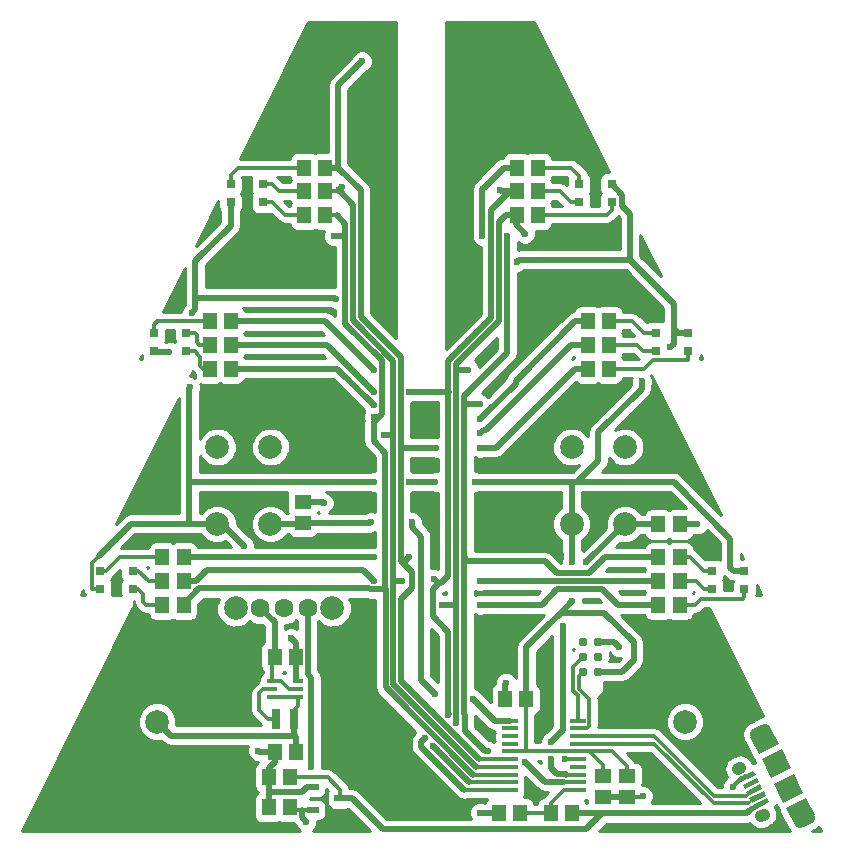
<source format=gtl>
G04 #@! TF.FileFunction,Copper,L1,Top,Signal*
%FSLAX46Y46*%
G04 Gerber Fmt 4.6, Leading zero omitted, Abs format (unit mm)*
G04 Created by KiCad (PCBNEW 4.0.0-rc1-stable) date 15/10/2016 23:43:45*
%MOMM*%
G01*
G04 APERTURE LIST*
%ADD10C,0.100000*%
%ADD11C,2.000000*%
%ADD12C,1.600000*%
%ADD13R,1.150000X1.450000*%
%ADD14R,1.450000X1.150000*%
%ADD15R,0.800000X1.700000*%
%ADD16C,1.000000*%
%ADD17R,0.950000X0.400000*%
%ADD18R,1.000000X0.600000*%
%ADD19C,0.787000*%
%ADD20R,1.350000X0.450000*%
%ADD21R,0.800000X0.800000*%
%ADD22C,0.600000*%
%ADD23C,0.300000*%
%ADD24C,0.200000*%
%ADD25C,0.500000*%
%ADD26C,0.254000*%
G04 APERTURE END LIST*
D10*
D11*
X139350000Y-114900000D03*
X94650000Y-114900000D03*
D12*
X105400000Y-105300000D03*
X103400000Y-105300000D03*
X107400000Y-105300000D03*
D11*
X109500000Y-105300000D03*
X101300000Y-105300000D03*
D13*
X123600000Y-122650000D03*
X125400000Y-122650000D03*
X138900000Y-98200000D03*
X137100000Y-98200000D03*
X108900000Y-68000000D03*
X107100000Y-68000000D03*
X129800000Y-122650000D03*
X128000000Y-122650000D03*
D14*
X107000000Y-96300000D03*
X107000000Y-98100000D03*
D13*
X104600000Y-109400000D03*
X106400000Y-109400000D03*
X104100000Y-122150000D03*
X105900000Y-122150000D03*
X105900000Y-119600000D03*
X104100000Y-119600000D03*
X104600000Y-117500000D03*
X106400000Y-117500000D03*
X124100000Y-113000000D03*
X125900000Y-113000000D03*
D14*
X134400000Y-119500000D03*
X134400000Y-121300000D03*
X132400000Y-121300000D03*
X132400000Y-119500000D03*
D15*
X106250000Y-114700000D03*
X104750000Y-114700000D03*
D10*
G36*
X145901243Y-120574349D02*
X144694135Y-121178824D01*
X144515031Y-120821163D01*
X145722139Y-120216688D01*
X145901243Y-120574349D01*
X145901243Y-120574349D01*
G37*
G36*
X145610200Y-119993148D02*
X144403092Y-120597623D01*
X144223988Y-120239962D01*
X145431096Y-119635487D01*
X145610200Y-119993148D01*
X145610200Y-119993148D01*
G37*
G36*
X146192287Y-121155549D02*
X144985179Y-121760024D01*
X144806075Y-121402363D01*
X146013183Y-120797888D01*
X146192287Y-121155549D01*
X146192287Y-121155549D01*
G37*
G36*
X146483330Y-121736749D02*
X145276222Y-122341224D01*
X145097118Y-121983563D01*
X146304226Y-121379088D01*
X146483330Y-121736749D01*
X146483330Y-121736749D01*
G37*
G36*
X145319157Y-119411948D02*
X144112049Y-120016423D01*
X143932945Y-119658762D01*
X145140053Y-119054287D01*
X145319157Y-119411948D01*
X145319157Y-119411948D01*
G37*
D16*
X143809504Y-118909754D02*
X144033042Y-118797814D01*
X145802032Y-122888740D02*
X146025570Y-122776800D01*
D10*
G36*
X148337507Y-118851091D02*
X146638614Y-119701833D01*
X145832647Y-118092355D01*
X147531540Y-117241613D01*
X148337507Y-118851091D01*
X148337507Y-118851091D01*
G37*
G36*
X149367353Y-120907645D02*
X147668460Y-121758387D01*
X146862493Y-120148909D01*
X148561386Y-119298167D01*
X149367353Y-120907645D01*
X149367353Y-120907645D01*
G37*
G36*
X147285273Y-116749828D02*
X145586380Y-117600571D01*
X144881159Y-116192278D01*
X146580052Y-115341535D01*
X147285273Y-116749828D01*
X147285273Y-116749828D01*
G37*
D16*
X145328237Y-115968398D02*
X146132975Y-115565414D01*
D10*
G36*
X150318841Y-122807722D02*
X148619948Y-123658465D01*
X147914727Y-122250172D01*
X149613620Y-121399429D01*
X150318841Y-122807722D01*
X150318841Y-122807722D01*
G37*
D16*
X149067025Y-123434586D02*
X149871763Y-123031602D01*
D17*
X106600000Y-112800000D03*
X106600000Y-112150000D03*
X106600000Y-111500000D03*
X104400000Y-111500000D03*
X104400000Y-112150000D03*
X104400000Y-112800000D03*
D18*
X107850000Y-120450000D03*
X107850000Y-122350000D03*
X110150000Y-121400000D03*
D19*
X132000000Y-110670000D03*
X130730000Y-110670000D03*
X132000000Y-109400000D03*
X130730000Y-109400000D03*
X132000000Y-108130000D03*
X130730000Y-108130000D03*
D20*
X124525000Y-114825000D03*
X124525000Y-115475000D03*
X124525000Y-116125000D03*
X124525000Y-116775000D03*
X124525000Y-117425000D03*
X124525000Y-118075000D03*
X124525000Y-118725000D03*
X124525000Y-119375000D03*
X124525000Y-120025000D03*
X124525000Y-120675000D03*
X130275000Y-120675000D03*
X130275000Y-120025000D03*
X130275000Y-119375000D03*
X130275000Y-118725000D03*
X130275000Y-118075000D03*
X130275000Y-117425000D03*
X130275000Y-116775000D03*
X130275000Y-116125000D03*
X130275000Y-115475000D03*
X130275000Y-114825000D03*
D21*
X103625000Y-69400000D03*
X100875000Y-69400000D03*
X100875000Y-70900000D03*
X103625000Y-70900000D03*
X92575000Y-102150000D03*
X89825000Y-102150000D03*
X89825000Y-103650000D03*
X92575000Y-103650000D03*
X136875000Y-83500000D03*
X139625000Y-83500000D03*
X139625000Y-82000000D03*
X136875000Y-82000000D03*
X97125000Y-82000000D03*
X94375000Y-82000000D03*
X94375000Y-83500000D03*
X97125000Y-83500000D03*
X141625000Y-103650000D03*
X144375000Y-103650000D03*
X144375000Y-102150000D03*
X141625000Y-102150000D03*
X130375000Y-70900000D03*
X133125000Y-70900000D03*
X133125000Y-69400000D03*
X130375000Y-69400000D03*
D13*
X107100000Y-70000000D03*
X108900000Y-70000000D03*
X107100000Y-72000000D03*
X108900000Y-72000000D03*
X95100000Y-101000000D03*
X96900000Y-101000000D03*
X132900000Y-85000000D03*
X131100000Y-85000000D03*
X95100000Y-103000000D03*
X96900000Y-103000000D03*
X132900000Y-83000000D03*
X131100000Y-83000000D03*
X95100000Y-105000000D03*
X96900000Y-105000000D03*
X132900000Y-81000000D03*
X131100000Y-81000000D03*
X99100000Y-81000000D03*
X100900000Y-81000000D03*
X99100000Y-83000000D03*
X100900000Y-83000000D03*
X99100000Y-85000000D03*
X100900000Y-85000000D03*
X138900000Y-105000000D03*
X137100000Y-105000000D03*
X126900000Y-72000000D03*
X125100000Y-72000000D03*
X138900000Y-103000000D03*
X137100000Y-103000000D03*
X126900000Y-70000000D03*
X125100000Y-70000000D03*
X138900000Y-101000000D03*
X137100000Y-101000000D03*
X126900000Y-68000000D03*
X125100000Y-68000000D03*
D11*
X99750000Y-91650000D03*
X104250000Y-91650000D03*
X104250000Y-98150000D03*
X99750000Y-98150000D03*
X129750000Y-91650000D03*
X134250000Y-91650000D03*
X134250000Y-98150000D03*
X129750000Y-98150000D03*
D22*
X125100000Y-76000000D03*
X109800000Y-79100000D03*
X113000000Y-94600000D03*
X121600000Y-94600000D03*
X118200000Y-94600000D03*
X116000030Y-94600000D03*
X102000000Y-100000000D03*
X129800000Y-101400000D03*
X129800000Y-104700000D03*
X97600000Y-80300000D03*
X95700000Y-83600000D03*
X97400000Y-86600000D03*
X138100000Y-83200000D03*
X135700000Y-86100000D03*
X129200000Y-118025010D03*
X140400000Y-98200000D03*
X103200000Y-117400000D03*
X106000000Y-107800000D03*
X124200000Y-111600000D03*
X122000000Y-122600000D03*
X135800000Y-121200000D03*
X143400000Y-120400000D03*
X108800000Y-96400000D03*
X133800000Y-108600000D03*
X112800000Y-98000000D03*
X118200000Y-112600000D03*
X121400000Y-113000000D03*
X116200000Y-98000000D03*
X107300000Y-123400000D03*
X107700000Y-118700000D03*
X112000000Y-59000000D03*
X118300000Y-91700000D03*
X122000000Y-91700000D03*
X116000000Y-101000000D03*
X113000000Y-101000000D03*
X110300000Y-69600000D03*
X122000000Y-90500000D03*
X113900000Y-90600000D03*
X115400000Y-103000000D03*
X113000000Y-103000000D03*
X109600000Y-73800000D03*
X122000000Y-89300000D03*
X113000000Y-89100000D03*
X125800000Y-73600000D03*
X118800000Y-105000000D03*
X122000000Y-105000000D03*
X121000000Y-85100000D03*
X113000000Y-85100000D03*
X118000000Y-117000000D03*
X120000000Y-115000000D03*
X123700000Y-69900000D03*
X118100000Y-102800000D03*
X122000000Y-103000000D03*
X116000030Y-87000000D03*
X113000000Y-87000000D03*
X117300000Y-116300000D03*
X119299990Y-114300000D03*
X124300010Y-73800000D03*
X122200000Y-73800000D03*
X122000000Y-88000000D03*
X113000000Y-88100000D03*
X125800000Y-118300000D03*
X122700000Y-117400000D03*
X128000000Y-118025010D03*
X128000000Y-116600000D03*
X129000000Y-106800000D03*
X131000000Y-101400000D03*
D23*
X130275000Y-114825000D02*
X130275000Y-112670412D01*
X130275000Y-112670412D02*
X129886491Y-112281903D01*
X129886491Y-112281903D02*
X129886491Y-110243509D01*
X129886491Y-110243509D02*
X130336501Y-109793499D01*
X130336501Y-109793499D02*
X130730000Y-109400000D01*
X130275000Y-115475000D02*
X131065002Y-115475000D01*
X131250001Y-113009003D02*
X130336501Y-112095503D01*
X131065002Y-115475000D02*
X131250001Y-115290001D01*
X130336501Y-111063499D02*
X130730000Y-110670000D01*
X131250001Y-115290001D02*
X131250001Y-113009003D01*
X130336501Y-112095503D02*
X130336501Y-111063499D01*
D24*
X145208137Y-120697756D02*
X145002244Y-120697756D01*
X145002244Y-120697756D02*
X144500000Y-121200000D01*
D23*
X130275000Y-116125000D02*
X136725000Y-116125000D01*
X136725000Y-116125000D02*
X141800000Y-121200000D01*
X141800000Y-121200000D02*
X144500000Y-121200000D01*
D24*
X145321044Y-121278956D02*
X144800000Y-121800000D01*
X144800000Y-121800000D02*
X144700000Y-121800000D01*
X145499181Y-121278956D02*
X145321044Y-121278956D01*
D23*
X144700000Y-121800000D02*
X141763590Y-121800000D01*
X141763590Y-121800000D02*
X136738590Y-116775000D01*
X131250000Y-116775000D02*
X130275000Y-116775000D01*
X136738590Y-116775000D02*
X131250000Y-116775000D01*
D25*
X134700000Y-75800000D02*
X125300000Y-75800000D01*
X125300000Y-75800000D02*
X125100000Y-76000000D01*
X97899999Y-78995774D02*
X97899999Y-75900001D01*
X97899999Y-80000001D02*
X97899999Y-78995774D01*
X97899999Y-78995774D02*
X109695774Y-78995774D01*
X109695774Y-78995774D02*
X109800000Y-79100000D01*
X143200000Y-99400000D02*
X138400000Y-94600000D01*
X138400000Y-94600000D02*
X130200000Y-94600000D01*
X143200000Y-101875000D02*
X143200000Y-99400000D01*
X144375000Y-102150000D02*
X143475000Y-102150000D01*
X143475000Y-102150000D02*
X143200000Y-101875000D01*
X113000000Y-94600000D02*
X97419453Y-94600000D01*
X97419453Y-94600000D02*
X97389834Y-94570381D01*
X121600000Y-94600000D02*
X129781283Y-94600000D01*
X129781283Y-94600000D02*
X130200000Y-94600000D01*
X129750000Y-98150000D02*
X129750000Y-94631283D01*
X129750000Y-94631283D02*
X129781283Y-94600000D01*
X130200000Y-94600000D02*
X132000000Y-92800000D01*
X132000000Y-90400000D02*
X135700000Y-86700000D01*
X132000000Y-92800000D02*
X132000000Y-90400000D01*
X135700000Y-86700000D02*
X135700000Y-86100000D01*
X129800000Y-100527998D02*
X129750000Y-100477998D01*
X129750000Y-100477998D02*
X129750000Y-98150000D01*
X116000030Y-94600000D02*
X118200000Y-94600000D01*
X97389834Y-94570381D02*
X97389834Y-86610166D01*
X97389834Y-98150000D02*
X97389834Y-94570381D01*
X99750000Y-98150000D02*
X100150000Y-98150000D01*
X100150000Y-98150000D02*
X102000000Y-100000000D01*
X132000000Y-110670000D02*
X134030000Y-110670000D01*
X134030000Y-110670000D02*
X135000000Y-109700000D01*
X135000000Y-109700000D02*
X135000000Y-108146998D01*
X135000000Y-108146998D02*
X132525097Y-105672095D01*
X132525097Y-105672095D02*
X128827905Y-105672095D01*
X127600000Y-106900000D02*
X128827905Y-105672095D01*
X128827905Y-105672095D02*
X129800000Y-104700000D01*
X125900000Y-113000000D02*
X125900000Y-108600000D01*
X125900000Y-108600000D02*
X127600000Y-106900000D01*
X129800000Y-101400000D02*
X129800000Y-100527998D01*
X97899999Y-75900001D02*
X100875000Y-72925000D01*
X100875000Y-72925000D02*
X100875000Y-70900000D01*
X97600000Y-80300000D02*
X97899999Y-80000001D01*
X95700000Y-83600000D02*
X94475000Y-83600000D01*
X94475000Y-83600000D02*
X94375000Y-83500000D01*
X97389834Y-98150000D02*
X98335787Y-98150000D01*
X92450000Y-98150000D02*
X97389834Y-98150000D01*
X97389834Y-86610166D02*
X97400000Y-86600000D01*
D23*
X89700000Y-100900000D02*
X89124999Y-101475001D01*
D25*
X92450000Y-98150000D02*
X89700000Y-100900000D01*
D23*
X89825000Y-103650000D02*
X89124999Y-103649999D01*
X89124999Y-103649999D02*
X89124999Y-101475001D01*
D25*
X98335787Y-98150000D02*
X99750000Y-98150000D01*
X138100000Y-83200000D02*
X138399999Y-82900001D01*
X138399999Y-82900001D02*
X138399999Y-81675001D01*
X138399999Y-81675001D02*
X138400000Y-81675000D01*
X134000000Y-71200000D02*
X134000000Y-70275000D01*
X134000000Y-70275000D02*
X133125000Y-69400000D01*
X134700000Y-71900000D02*
X134000000Y-71200000D01*
X134700000Y-75800000D02*
X134700000Y-71900000D01*
X138400000Y-79500000D02*
X134700000Y-75800000D01*
X138400000Y-81675000D02*
X138400000Y-79500000D01*
X139625000Y-82000000D02*
X138725000Y-82000000D01*
X138725000Y-82000000D02*
X138400000Y-81675000D01*
D23*
X134400000Y-119500000D02*
X134400000Y-118625000D01*
X134400000Y-118625000D02*
X133200000Y-117425000D01*
X133200000Y-117425000D02*
X131250000Y-117425000D01*
X130275000Y-117425000D02*
X131250000Y-117425000D01*
X131250000Y-117425000D02*
X132400000Y-118575000D01*
X132400000Y-118575000D02*
X132400000Y-118625000D01*
X132400000Y-118625000D02*
X132400000Y-119500000D01*
X124525000Y-117425000D02*
X126009295Y-117425000D01*
X126009295Y-117425000D02*
X130275000Y-117425000D01*
X125900000Y-113000000D02*
X125900000Y-117315705D01*
X125900000Y-117315705D02*
X126009295Y-117425000D01*
X130275000Y-118075000D02*
X129249990Y-118075000D01*
X129249990Y-118075000D02*
X129200000Y-118025010D01*
D25*
X138900000Y-98200000D02*
X140400000Y-98200000D01*
X104600000Y-117500000D02*
X103300000Y-117500000D01*
X103300000Y-117500000D02*
X103200000Y-117400000D01*
X106400000Y-109400000D02*
X106400000Y-108200000D01*
X106400000Y-108200000D02*
X106000000Y-107800000D01*
X124100000Y-113000000D02*
X124100000Y-111700000D01*
X124100000Y-111700000D02*
X124200000Y-111600000D01*
X123600000Y-122650000D02*
X122050000Y-122650000D01*
D23*
X122050000Y-122650000D02*
X122000000Y-122600000D01*
X134400000Y-121300000D02*
X135700000Y-121300000D01*
X135700000Y-121300000D02*
X135800000Y-121200000D01*
X144626051Y-119535355D02*
X144426611Y-119535355D01*
X144426611Y-119535355D02*
X144253082Y-119708884D01*
X144253082Y-119708884D02*
X144091116Y-119708884D01*
X144091116Y-119708884D02*
X143400000Y-120400000D01*
D25*
X107000000Y-96300000D02*
X108700000Y-96300000D01*
X108700000Y-96300000D02*
X108800000Y-96400000D01*
X132000000Y-108130000D02*
X133330000Y-108130000D01*
X133330000Y-108130000D02*
X133800000Y-108600000D01*
X104600000Y-117500000D02*
X104600000Y-118300000D01*
X104600000Y-118300000D02*
X104100000Y-118800000D01*
X104100000Y-118800000D02*
X104100000Y-119600000D01*
X106400000Y-109400000D02*
X106400000Y-111300000D01*
D24*
X106400000Y-111300000D02*
X106600000Y-111500000D01*
D25*
X104100000Y-119600000D02*
X104100000Y-120858422D01*
X104100000Y-120858422D02*
X104100000Y-122150000D01*
X107850000Y-120450000D02*
X107350000Y-120450000D01*
X107350000Y-120450000D02*
X106941578Y-120858422D01*
X106941578Y-120858422D02*
X104100000Y-120858422D01*
X132400000Y-121300000D02*
X134400000Y-121300000D01*
D23*
X125400000Y-122650000D02*
X128000000Y-122650000D01*
X128000000Y-122650000D02*
X128000000Y-121750000D01*
X128000000Y-121750000D02*
X129075000Y-120675000D01*
X129075000Y-120675000D02*
X130275000Y-120675000D01*
D25*
X107000000Y-98100000D02*
X112700000Y-98100000D01*
X112700000Y-98100000D02*
X112800000Y-98000000D01*
X117000000Y-99224264D02*
X117000000Y-111400000D01*
X117000000Y-111400000D02*
X118200000Y-112600000D01*
X116200000Y-98000000D02*
X116200000Y-98424264D01*
X116200000Y-98424264D02*
X117000000Y-99224264D01*
X124525000Y-114825000D02*
X123225000Y-114825000D01*
X123225000Y-114825000D02*
X121400000Y-113000000D01*
X104250000Y-98150000D02*
X106950000Y-98150000D01*
X106950000Y-98150000D02*
X107000000Y-98100000D01*
D23*
X104300000Y-98100000D02*
X104250000Y-98150000D01*
D25*
X129800000Y-122650000D02*
X132345115Y-122650000D01*
X132345115Y-122650000D02*
X144560000Y-122650000D01*
X110150000Y-121400000D02*
X111150000Y-121400000D01*
X130995115Y-124000000D02*
X132345115Y-122650000D01*
X111150000Y-121400000D02*
X113750000Y-124000000D01*
X113750000Y-124000000D02*
X130995115Y-124000000D01*
D23*
X109100000Y-119600000D02*
X110150000Y-120650000D01*
X110150000Y-120650000D02*
X110150000Y-121400000D01*
X105900000Y-119600000D02*
X109100000Y-119600000D01*
X145030000Y-122220000D02*
X144977821Y-122300010D01*
X144977821Y-122300010D02*
X145220000Y-122220000D01*
D25*
X144560000Y-122650000D02*
X144859990Y-122350010D01*
X144859990Y-122350010D02*
X144927821Y-122350010D01*
X144927821Y-122350010D02*
X144977821Y-122300010D01*
D24*
X145220000Y-122220000D02*
X145579844Y-121860156D01*
X145579844Y-121860156D02*
X145790224Y-121860156D01*
D23*
X107850000Y-122350000D02*
X106913411Y-122350000D01*
X106913411Y-122350000D02*
X106100000Y-122350000D01*
D25*
X107300000Y-123400000D02*
X106913411Y-123013411D01*
X106913411Y-123013411D02*
X106913411Y-122350000D01*
X107400000Y-105300000D02*
X107400000Y-110904998D01*
X107400000Y-110904998D02*
X107700000Y-111204998D01*
X107700000Y-111204998D02*
X107700000Y-118700000D01*
D23*
X106100000Y-122350000D02*
X105900000Y-122150000D01*
X106250000Y-113950000D02*
X106600000Y-113600000D01*
X106600000Y-113600000D02*
X106600000Y-113410000D01*
X106250000Y-114700000D02*
X106250000Y-113950000D01*
D25*
X106400000Y-117500000D02*
X106400000Y-116200000D01*
X106400000Y-116200000D02*
X106300000Y-116100000D01*
X94650000Y-114900000D02*
X95850000Y-116100000D01*
X95850000Y-116100000D02*
X106300000Y-116100000D01*
X106300000Y-116100000D02*
X106250000Y-116050000D01*
X106250000Y-116050000D02*
X106250000Y-114700000D01*
D23*
X106400000Y-115050000D02*
X106250000Y-114900000D01*
X106600000Y-113410000D02*
X106590000Y-113410000D01*
X106600000Y-112800000D02*
X106600000Y-113410000D01*
X106600000Y-112800000D02*
X104400000Y-112800000D01*
X103300000Y-112475000D02*
X103300000Y-113861545D01*
X104750000Y-114700000D02*
X104050000Y-114700000D01*
X103300000Y-113950000D02*
X103300000Y-113861545D01*
X104050000Y-114700000D02*
X103300000Y-113950000D01*
X104400000Y-112150000D02*
X103624999Y-112150001D01*
X103624999Y-112150001D02*
X103300000Y-112475000D01*
D25*
X104600000Y-109400000D02*
X104600000Y-106500000D01*
X104600000Y-106500000D02*
X103400000Y-105300000D01*
D23*
X104600000Y-108600000D02*
X104600000Y-109400000D01*
X104400000Y-111500000D02*
X104400000Y-109600000D01*
X104400000Y-109600000D02*
X104600000Y-109400000D01*
X104400000Y-111500000D02*
X105175000Y-111500000D01*
X105175000Y-111500000D02*
X105825000Y-112150000D01*
X105825000Y-112150000D02*
X106600000Y-112150000D01*
X104400000Y-69400000D02*
X105000000Y-70000000D01*
X105000000Y-70000000D02*
X107100000Y-70000000D01*
X103625000Y-69400000D02*
X104400000Y-69400000D01*
X101500000Y-68000000D02*
X100875000Y-68625000D01*
X100875000Y-68625000D02*
X100875000Y-69400000D01*
X107100000Y-68000000D02*
X101500000Y-68000000D01*
X104400000Y-70900000D02*
X105500000Y-72000000D01*
X105500000Y-72000000D02*
X107100000Y-72000000D01*
X103625000Y-70900000D02*
X104400000Y-70900000D01*
X92575000Y-102150000D02*
X93075000Y-102150000D01*
X93925000Y-103000000D02*
X95100000Y-103000000D01*
X93075000Y-102150000D02*
X93925000Y-103000000D01*
X95100000Y-101000000D02*
X91475000Y-101000000D01*
X91475000Y-101000000D02*
X90325000Y-102150000D01*
X90325000Y-102150000D02*
X89825000Y-102150000D01*
X92575000Y-103650000D02*
X93075000Y-103650000D01*
X93500000Y-104800000D02*
X93700000Y-105000000D01*
X93700000Y-105000000D02*
X95100000Y-105000000D01*
X93500000Y-104075000D02*
X93500000Y-104800000D01*
X93075000Y-103650000D02*
X93500000Y-104075000D01*
X135750000Y-83500000D02*
X135250000Y-83000000D01*
X135250000Y-83000000D02*
X135000000Y-83000000D01*
X136875000Y-83500000D02*
X135750000Y-83500000D01*
X135000000Y-83000000D02*
X132900000Y-83000000D01*
X139625000Y-83500000D02*
X139625000Y-84200000D01*
X139625000Y-84200000D02*
X139575000Y-84250000D01*
X139575000Y-84250000D02*
X136650000Y-84250000D01*
X136650000Y-84250000D02*
X135900000Y-85000000D01*
X135900000Y-85000000D02*
X132900000Y-85000000D01*
X135898627Y-81998627D02*
X134900000Y-81000000D01*
X136875000Y-82000000D02*
X135900000Y-82000000D01*
X135900000Y-82000000D02*
X135898627Y-81998627D01*
X134900000Y-81000000D02*
X132900000Y-81000000D01*
X98000000Y-82175000D02*
X98000000Y-82775000D01*
X98000000Y-82775000D02*
X98225000Y-83000000D01*
X98225000Y-83000000D02*
X99100000Y-83000000D01*
X97125000Y-82000000D02*
X97825000Y-82000000D01*
X97825000Y-82000000D02*
X98000000Y-82175000D01*
X94675000Y-81000000D02*
X99100000Y-81000000D01*
X94375000Y-82000000D02*
X94375000Y-81300000D01*
X94375000Y-81300000D02*
X94675000Y-81000000D01*
X98250000Y-84750000D02*
X98500000Y-85000000D01*
X98500000Y-85000000D02*
X99100000Y-85000000D01*
X98250000Y-84000000D02*
X98250000Y-84750000D01*
X98000000Y-83675000D02*
X98000000Y-83750000D01*
X98000000Y-83750000D02*
X98250000Y-84000000D01*
X97125000Y-83500000D02*
X97825000Y-83500000D01*
X97825000Y-83500000D02*
X98000000Y-83675000D01*
X140300000Y-103000000D02*
X140300000Y-103025000D01*
X140300000Y-103025000D02*
X140925000Y-103650000D01*
X140925000Y-103650000D02*
X141625000Y-103650000D01*
X138900000Y-103000000D02*
X140300000Y-103000000D01*
X140700000Y-104500000D02*
X140200000Y-105000000D01*
X140200000Y-105000000D02*
X138900000Y-105000000D01*
X144225000Y-104500000D02*
X140700000Y-104500000D01*
X144375000Y-103650000D02*
X144375000Y-104350000D01*
X144375000Y-104350000D02*
X144225000Y-104500000D01*
X141625000Y-102150000D02*
X140925000Y-102150000D01*
X140925000Y-102150000D02*
X139775000Y-101000000D01*
X139775000Y-101000000D02*
X138900000Y-101000000D01*
X127900000Y-70000000D02*
X126900000Y-70000000D01*
X127900000Y-70000000D02*
X128775000Y-70000000D01*
X128775000Y-70000000D02*
X129675000Y-70900000D01*
X129675000Y-70900000D02*
X130375000Y-70900000D01*
X126900000Y-72000000D02*
X132725000Y-72000000D01*
X132725000Y-72000000D02*
X133125000Y-71600000D01*
X133125000Y-71600000D02*
X133125000Y-70900000D01*
X126900000Y-68000000D02*
X129675000Y-68000000D01*
X129675000Y-68000000D02*
X130375000Y-68700000D01*
X130375000Y-68700000D02*
X130375000Y-69400000D01*
D25*
X109975000Y-68000000D02*
X109975000Y-61025000D01*
X109975000Y-61025000D02*
X112000000Y-59000000D01*
X111900020Y-69925020D02*
X109975000Y-68000000D01*
X111900020Y-69925020D02*
X111900020Y-80661516D01*
X111900020Y-80661516D02*
X115300020Y-84061516D01*
X115300020Y-84061516D02*
X115300020Y-91668439D01*
X115300020Y-91668439D02*
X115331581Y-91700000D01*
X116200552Y-102200552D02*
X115577052Y-101577052D01*
X121888505Y-118050001D02*
X115300020Y-111461516D01*
X115300020Y-104499980D02*
X116200552Y-103599448D01*
X115300020Y-111461516D02*
X115300020Y-104499980D01*
X116200552Y-103599448D02*
X116200552Y-102200552D01*
X115300020Y-101300020D02*
X115300020Y-91731561D01*
X118300000Y-91700000D02*
X115331581Y-91700000D01*
X115331581Y-91700000D02*
X115300020Y-91731561D01*
X131100000Y-85000000D02*
X130025000Y-85000000D01*
X130025000Y-85000000D02*
X123325000Y-91700000D01*
X123325000Y-91700000D02*
X122000000Y-91700000D01*
X115577052Y-101577052D02*
X115300020Y-101300020D01*
X116000000Y-101000000D02*
X115577052Y-101422948D01*
X115577052Y-101422948D02*
X115577052Y-101577052D01*
X109975000Y-68000000D02*
X108900000Y-68000000D01*
X96900000Y-101000000D02*
X113000000Y-101000000D01*
D23*
X124525000Y-118075000D02*
X123775000Y-118075000D01*
X123750001Y-118050001D02*
X121888505Y-118050001D01*
X123775000Y-118075000D02*
X123750001Y-118050001D01*
D25*
X109975000Y-70000000D02*
X109975000Y-69925000D01*
X109975000Y-69925000D02*
X110300000Y-69600000D01*
D23*
X110124573Y-70000000D02*
X109975000Y-70000000D01*
D25*
X111250010Y-80930758D02*
X111250010Y-71125437D01*
X111250010Y-71125437D02*
X110124573Y-70000000D01*
X114650010Y-90603474D02*
X114650010Y-84330758D01*
X114650010Y-84330758D02*
X111250010Y-80930758D01*
X122000000Y-90500000D02*
X122299999Y-90200001D01*
X122299999Y-90200001D02*
X122519251Y-90200001D01*
X122519251Y-90200001D02*
X129719252Y-83000000D01*
X129719252Y-83000000D02*
X131100000Y-83000000D01*
X114650010Y-102961651D02*
X114650010Y-90603474D01*
X114650010Y-90603474D02*
X113903474Y-90603474D01*
X113903474Y-90603474D02*
X113900000Y-90600000D01*
X96900000Y-103000000D02*
X97975000Y-103000000D01*
X112075000Y-102075000D02*
X113000000Y-103000000D01*
X97975000Y-103000000D02*
X98900000Y-102075000D01*
X98900000Y-102075000D02*
X112075000Y-102075000D01*
X114650010Y-111730758D02*
X114650010Y-102961651D01*
X115400000Y-103000000D02*
X114688359Y-103000000D01*
X114688359Y-103000000D02*
X114650010Y-102961651D01*
X121644252Y-118725000D02*
X114650010Y-111730758D01*
D23*
X109975000Y-70000000D02*
X108900000Y-70000000D01*
X124525000Y-118725000D02*
X121644252Y-118725000D01*
D25*
X110600000Y-81200000D02*
X110600000Y-73701991D01*
X110600000Y-73701991D02*
X110600000Y-72726531D01*
X109600000Y-73800000D02*
X110501991Y-73800000D01*
X110501991Y-73800000D02*
X110600000Y-73701991D01*
X113982908Y-103700001D02*
X113982908Y-92121515D01*
X113982908Y-92121515D02*
X113000000Y-91138607D01*
X113000000Y-91138607D02*
X113000000Y-89528922D01*
X113000000Y-89528922D02*
X113428922Y-89100000D01*
X113000000Y-89100000D02*
X113428922Y-89100000D01*
X113428922Y-89100000D02*
X113700001Y-88828921D01*
D23*
X109873469Y-72000000D02*
X108900000Y-72000000D01*
D25*
X110600000Y-72726531D02*
X109873469Y-72000000D01*
X113700001Y-84300001D02*
X110600000Y-81200000D01*
X113700001Y-88828921D02*
X113700001Y-84300001D01*
X125000000Y-86309066D02*
X125000000Y-86025000D01*
X125000000Y-86025000D02*
X130025000Y-81000000D01*
X130025000Y-81000000D02*
X131100000Y-81000000D01*
X122500000Y-88800000D02*
X122509066Y-88800000D01*
X122509066Y-88800000D02*
X125000000Y-86309066D01*
X122500000Y-88800000D02*
X122000000Y-89300000D01*
X114000000Y-112000000D02*
X114000000Y-103682909D01*
X96900000Y-105000000D02*
X96900000Y-104927998D01*
X98227999Y-103599999D02*
X112563997Y-103599999D01*
X112663999Y-103700001D02*
X113982908Y-103700001D01*
X96900000Y-104927998D02*
X98227999Y-103599999D01*
X112563997Y-103599999D02*
X112663999Y-103700001D01*
X113982908Y-103700001D02*
X114000000Y-103682909D01*
X121375000Y-119375000D02*
X114000000Y-112000000D01*
D23*
X124525000Y-119375000D02*
X121375000Y-119375000D01*
D25*
X125000000Y-72800000D02*
X125100000Y-72700000D01*
X125100000Y-72700000D02*
X125100000Y-72000000D01*
X125800000Y-73600000D02*
X125000000Y-72800000D01*
X125100000Y-72000000D02*
X124208548Y-72000000D01*
X120000000Y-85056581D02*
X120000000Y-84600000D01*
X123600000Y-72608548D02*
X124208548Y-72000000D01*
X120000000Y-84600000D02*
X123600000Y-81000000D01*
X123600000Y-81000000D02*
X123600000Y-72608548D01*
X133680540Y-105000000D02*
X137100000Y-105000000D01*
X122000000Y-105000000D02*
X127200000Y-105000000D01*
X128549990Y-103650010D02*
X132330550Y-103650010D01*
X127200000Y-105000000D02*
X128549990Y-103650010D01*
X132330550Y-103650010D02*
X133680540Y-105000000D01*
X120000000Y-85056581D02*
X120000000Y-104976821D01*
X120000000Y-104976821D02*
X120000000Y-115000000D01*
X118800000Y-105000000D02*
X119976821Y-105000000D01*
X119976821Y-105000000D02*
X120000000Y-104976821D01*
X121000000Y-85100000D02*
X120043419Y-85100000D01*
X120043419Y-85100000D02*
X120000000Y-85056581D01*
X100900000Y-81000000D02*
X108900000Y-81000000D01*
X108900000Y-81000000D02*
X113000000Y-85100000D01*
X118000000Y-117000000D02*
X121025000Y-120025000D01*
D23*
X121025000Y-120025000D02*
X124525000Y-120025000D01*
D25*
X125100000Y-70000000D02*
X123800000Y-70000000D01*
X123800000Y-70000000D02*
X123700000Y-69900000D01*
X125100000Y-70000000D02*
X124513400Y-70000000D01*
X122949990Y-80730758D02*
X122949990Y-71563410D01*
X122949990Y-71563410D02*
X124513400Y-70000000D01*
X119321613Y-84359135D02*
X122949990Y-80730758D01*
X119321613Y-87000000D02*
X119321613Y-84359135D01*
X119299990Y-114300000D02*
X119299990Y-107279540D01*
X119299990Y-107279540D02*
X118000000Y-105979550D01*
X118000000Y-105979550D02*
X118000000Y-103684320D01*
X118000000Y-103684320D02*
X118492160Y-103192160D01*
X118707840Y-103192160D02*
X119321613Y-102578387D01*
X118100000Y-102800000D02*
X118492160Y-103192160D01*
X118492160Y-103192160D02*
X118707840Y-103192160D01*
X119321613Y-102578387D02*
X119321613Y-102378387D01*
X119321613Y-102378387D02*
X119321613Y-87000000D01*
X137100000Y-103000000D02*
X122000000Y-103000000D01*
X116000030Y-87000000D02*
X119321613Y-87000000D01*
X119321613Y-87000000D02*
X119349990Y-87028377D01*
X100900000Y-83000000D02*
X109000000Y-83000000D01*
X109000000Y-83000000D02*
X113000000Y-87000000D01*
X117300000Y-116300000D02*
X117000001Y-116599999D01*
X117000001Y-116599999D02*
X117000001Y-117036003D01*
X117000001Y-117036003D02*
X120638998Y-120675000D01*
D23*
X120638998Y-120675000D02*
X123350000Y-120675000D01*
X123350000Y-120675000D02*
X124525000Y-120675000D01*
D25*
X119349990Y-114250000D02*
X119299990Y-114300000D01*
X124300010Y-73800000D02*
X124300010Y-83699990D01*
X124300010Y-83699990D02*
X120650010Y-87349990D01*
X120650010Y-87349990D02*
X120650010Y-88047729D01*
X122200000Y-70600000D02*
X122200000Y-73300000D01*
X122200000Y-73300000D02*
X122200000Y-73800000D01*
X122200000Y-69800000D02*
X122200000Y-70600000D01*
X122400000Y-69600000D02*
X122200000Y-69800000D01*
X124000000Y-68000000D02*
X122400000Y-69600000D01*
X124025000Y-68000000D02*
X124000000Y-68000000D01*
X128500000Y-102349990D02*
X127471294Y-101321284D01*
X127471294Y-101321284D02*
X120942136Y-101321284D01*
X120942136Y-101321284D02*
X120650010Y-101029158D01*
X131200000Y-102349990D02*
X128500000Y-102349990D01*
X132549990Y-101000000D02*
X131200000Y-102349990D01*
X137100000Y-101000000D02*
X132549990Y-101000000D01*
X120650010Y-114250010D02*
X120650010Y-101029158D01*
X120650010Y-101029158D02*
X120650010Y-88047729D01*
X120679168Y-101000000D02*
X120650010Y-101029158D01*
X122000000Y-88000000D02*
X120697739Y-88000000D01*
X120697739Y-88000000D02*
X120650010Y-88047729D01*
X122700000Y-117400000D02*
X122400000Y-117400000D01*
X122400000Y-117400000D02*
X120700001Y-115700001D01*
X120700001Y-115700001D02*
X120700001Y-114300001D01*
X120700001Y-114300001D02*
X120650010Y-114250010D01*
X100900000Y-85000000D02*
X109900000Y-85000000D01*
X109900000Y-85000000D02*
X113000000Y-88100000D01*
D23*
X129100000Y-120000000D02*
X129100000Y-120013590D01*
X129100000Y-120013590D02*
X129111410Y-120025000D01*
X129111410Y-120025000D02*
X129300000Y-120025000D01*
X129300000Y-120025000D02*
X130275000Y-120025000D01*
D25*
X127500000Y-120000000D02*
X129100000Y-120000000D01*
X125800000Y-118300000D02*
X127500000Y-120000000D01*
X125100000Y-68000000D02*
X124025000Y-68000000D01*
X128000000Y-118800000D02*
X128000000Y-118025010D01*
X128549990Y-119349990D02*
X129279988Y-119349990D01*
X129279988Y-119349990D02*
X129304998Y-119375000D01*
D23*
X129304998Y-119375000D02*
X130275000Y-119375000D01*
D25*
X128000000Y-118800000D02*
X128549990Y-119349990D01*
X129000000Y-106800000D02*
X129000000Y-115600000D01*
X129000000Y-115600000D02*
X128000000Y-116600000D01*
X134250000Y-98150000D02*
X131000000Y-101400000D01*
X137100000Y-98200000D02*
X134300000Y-98200000D01*
X134300000Y-98200000D02*
X134250000Y-98150000D01*
D26*
G36*
X109138758Y-120737602D02*
X109061083Y-120851283D01*
X109010717Y-121100000D01*
X109010717Y-121700000D01*
X109054437Y-121932352D01*
X109191757Y-122145753D01*
X109401283Y-122288917D01*
X109650000Y-122339283D01*
X110650000Y-122339283D01*
X110817500Y-122307766D01*
X112682735Y-124173000D01*
X107837771Y-124173000D01*
X108085414Y-123925789D01*
X108226839Y-123585201D01*
X108227097Y-123289283D01*
X108350000Y-123289283D01*
X108582352Y-123245563D01*
X108795753Y-123108243D01*
X108938917Y-122898717D01*
X108989283Y-122650000D01*
X108989283Y-122050000D01*
X108945563Y-121817648D01*
X108808243Y-121604247D01*
X108598717Y-121461083D01*
X108350000Y-121410717D01*
X107629549Y-121410717D01*
X107650983Y-121389283D01*
X108350000Y-121389283D01*
X108582352Y-121345563D01*
X108795753Y-121208243D01*
X108938917Y-120998717D01*
X108989283Y-120750000D01*
X108989283Y-120588127D01*
X109138758Y-120737602D01*
X109138758Y-120737602D01*
G37*
X109138758Y-120737602D02*
X109061083Y-120851283D01*
X109010717Y-121100000D01*
X109010717Y-121700000D01*
X109054437Y-121932352D01*
X109191757Y-122145753D01*
X109401283Y-122288917D01*
X109650000Y-122339283D01*
X110650000Y-122339283D01*
X110817500Y-122307766D01*
X112682735Y-124173000D01*
X107837771Y-124173000D01*
X108085414Y-123925789D01*
X108226839Y-123585201D01*
X108227097Y-123289283D01*
X108350000Y-123289283D01*
X108582352Y-123245563D01*
X108795753Y-123108243D01*
X108938917Y-122898717D01*
X108989283Y-122650000D01*
X108989283Y-122050000D01*
X108945563Y-121817648D01*
X108808243Y-121604247D01*
X108598717Y-121461083D01*
X108350000Y-121410717D01*
X107629549Y-121410717D01*
X107650983Y-121389283D01*
X108350000Y-121389283D01*
X108582352Y-121345563D01*
X108795753Y-121208243D01*
X108938917Y-120998717D01*
X108989283Y-120750000D01*
X108989283Y-120588127D01*
X109138758Y-120737602D01*
G36*
X147096842Y-122044632D02*
X147110864Y-122063068D01*
X147157228Y-122155654D01*
X147227746Y-122216739D01*
X147239973Y-122232814D01*
X147259996Y-122244674D01*
X147278876Y-122261029D01*
X147279582Y-122270869D01*
X147276780Y-122291474D01*
X147282599Y-122312963D01*
X147290383Y-122421559D01*
X147337468Y-122515586D01*
X147343109Y-122536417D01*
X148006434Y-123861046D01*
X148031688Y-123953044D01*
X148103700Y-124045714D01*
X148108716Y-124055731D01*
X148117184Y-124063066D01*
X148202611Y-124173000D01*
X132062381Y-124173000D01*
X132708380Y-123527000D01*
X144560000Y-123527000D01*
X144826504Y-123473989D01*
X144959453Y-123645075D01*
X144958887Y-123648564D01*
X144967102Y-123654919D01*
X145042210Y-123751572D01*
X145230936Y-123859000D01*
X145277980Y-123895390D01*
X145312584Y-123905477D01*
X145424367Y-123969107D01*
X145611334Y-123992560D01*
X145703100Y-124019309D01*
X145767959Y-124012207D01*
X145860681Y-124023838D01*
X145992699Y-123987598D01*
X146143281Y-123971109D01*
X146156060Y-123942754D01*
X146284728Y-123907433D01*
X146552129Y-123773527D01*
X146657480Y-123691661D01*
X146687841Y-123698414D01*
X146791253Y-123587708D01*
X146899351Y-123503707D01*
X146945576Y-123422500D01*
X146990115Y-123374820D01*
X147023668Y-123285311D01*
X147116886Y-123121550D01*
X147132894Y-122993934D01*
X147145546Y-122960183D01*
X147144588Y-122900711D01*
X147171617Y-122685236D01*
X147139215Y-122567201D01*
X147139048Y-122556820D01*
X147135916Y-122555183D01*
X147055212Y-122261189D01*
X146967659Y-122148520D01*
X147065852Y-121982746D01*
X147096842Y-122044632D01*
X147096842Y-122044632D01*
G37*
X147096842Y-122044632D02*
X147110864Y-122063068D01*
X147157228Y-122155654D01*
X147227746Y-122216739D01*
X147239973Y-122232814D01*
X147259996Y-122244674D01*
X147278876Y-122261029D01*
X147279582Y-122270869D01*
X147276780Y-122291474D01*
X147282599Y-122312963D01*
X147290383Y-122421559D01*
X147337468Y-122515586D01*
X147343109Y-122536417D01*
X148006434Y-123861046D01*
X148031688Y-123953044D01*
X148103700Y-124045714D01*
X148108716Y-124055731D01*
X148117184Y-124063066D01*
X148202611Y-124173000D01*
X132062381Y-124173000D01*
X132708380Y-123527000D01*
X144560000Y-123527000D01*
X144826504Y-123473989D01*
X144959453Y-123645075D01*
X144958887Y-123648564D01*
X144967102Y-123654919D01*
X145042210Y-123751572D01*
X145230936Y-123859000D01*
X145277980Y-123895390D01*
X145312584Y-123905477D01*
X145424367Y-123969107D01*
X145611334Y-123992560D01*
X145703100Y-124019309D01*
X145767959Y-124012207D01*
X145860681Y-124023838D01*
X145992699Y-123987598D01*
X146143281Y-123971109D01*
X146156060Y-123942754D01*
X146284728Y-123907433D01*
X146552129Y-123773527D01*
X146657480Y-123691661D01*
X146687841Y-123698414D01*
X146791253Y-123587708D01*
X146899351Y-123503707D01*
X146945576Y-123422500D01*
X146990115Y-123374820D01*
X147023668Y-123285311D01*
X147116886Y-123121550D01*
X147132894Y-122993934D01*
X147145546Y-122960183D01*
X147144588Y-122900711D01*
X147171617Y-122685236D01*
X147139215Y-122567201D01*
X147139048Y-122556820D01*
X147135916Y-122555183D01*
X147055212Y-122261189D01*
X146967659Y-122148520D01*
X147065852Y-121982746D01*
X147096842Y-122044632D01*
G36*
X150823690Y-124173000D02*
X150127291Y-124173000D01*
X150493528Y-123989602D01*
X150653913Y-123833446D01*
X150823690Y-124173000D01*
X150823690Y-124173000D01*
G37*
X150823690Y-124173000D02*
X150127291Y-124173000D01*
X150493528Y-123989602D01*
X150653913Y-123833446D01*
X150823690Y-124173000D01*
G36*
X99704525Y-104899712D02*
X99673283Y-104974950D01*
X99673275Y-104983826D01*
X99654092Y-105035461D01*
X99672789Y-105540746D01*
X99672718Y-105622211D01*
X99676107Y-105630413D01*
X99678144Y-105685460D01*
X99880613Y-106174264D01*
X99904465Y-106183083D01*
X99919892Y-106220418D01*
X100377175Y-106678499D01*
X100416684Y-106694905D01*
X100425736Y-106719387D01*
X100899712Y-106895475D01*
X100974950Y-106926717D01*
X100983826Y-106926725D01*
X101035461Y-106945908D01*
X101540746Y-106927211D01*
X101622211Y-106927282D01*
X101630413Y-106923893D01*
X101685460Y-106921856D01*
X102174264Y-106719387D01*
X102183083Y-106695535D01*
X102220418Y-106680108D01*
X102491369Y-106409629D01*
X102590614Y-106509047D01*
X103114907Y-106726752D01*
X103586899Y-106727164D01*
X103723000Y-106863265D01*
X103723000Y-108124254D01*
X103579247Y-108216757D01*
X103436083Y-108426283D01*
X103385717Y-108675000D01*
X103385717Y-110125000D01*
X103429437Y-110357352D01*
X103566757Y-110570753D01*
X103623000Y-110609182D01*
X103623000Y-110749254D01*
X103479247Y-110841757D01*
X103336083Y-111051283D01*
X103285717Y-111300000D01*
X103285717Y-111460168D01*
X103188493Y-111525131D01*
X103075577Y-111600579D01*
X102750578Y-111925578D01*
X102582146Y-112177655D01*
X102523000Y-112475000D01*
X102523000Y-113950000D01*
X102582146Y-114247345D01*
X102750578Y-114499422D01*
X103474156Y-115223000D01*
X96276719Y-115223000D01*
X96277282Y-114577789D01*
X96030108Y-113979582D01*
X95572825Y-113521501D01*
X94975050Y-113273283D01*
X94327789Y-113272718D01*
X93729582Y-113519892D01*
X93271501Y-113977175D01*
X93023283Y-114574950D01*
X93022718Y-115222211D01*
X93269892Y-115820418D01*
X93727175Y-116278499D01*
X94324950Y-116526717D01*
X94972211Y-116527282D01*
X95018069Y-116508334D01*
X95229865Y-116720130D01*
X95229867Y-116720133D01*
X95361734Y-116808243D01*
X95514386Y-116910242D01*
X95850000Y-116977000D01*
X102371904Y-116977000D01*
X102273161Y-117214799D01*
X102272839Y-117583583D01*
X102413669Y-117924417D01*
X102674211Y-118185414D01*
X102947242Y-118298787D01*
X102964386Y-118310242D01*
X102984432Y-118314229D01*
X103014799Y-118326839D01*
X103047970Y-118326868D01*
X103178568Y-118352846D01*
X103079247Y-118416757D01*
X102936083Y-118626283D01*
X102885717Y-118875000D01*
X102885717Y-120325000D01*
X102929437Y-120557352D01*
X103066757Y-120770753D01*
X103220546Y-120875833D01*
X103079247Y-120966757D01*
X102936083Y-121176283D01*
X102885717Y-121425000D01*
X102885717Y-122875000D01*
X102929437Y-123107352D01*
X103066757Y-123320753D01*
X103276283Y-123463917D01*
X103525000Y-123514283D01*
X104675000Y-123514283D01*
X104907352Y-123470563D01*
X104999360Y-123411357D01*
X105076283Y-123463917D01*
X105325000Y-123514283D01*
X106213591Y-123514283D01*
X106293278Y-123633544D01*
X106464040Y-123804305D01*
X106513669Y-123924417D01*
X106761819Y-124173000D01*
X83176311Y-124173000D01*
X92650249Y-105225124D01*
X92657149Y-105199929D01*
X92671660Y-105178211D01*
X92694392Y-105063928D01*
X92725171Y-104951536D01*
X92721904Y-104925620D01*
X92727000Y-104900000D01*
X92704268Y-104785718D01*
X92692111Y-104689283D01*
X92723000Y-104689283D01*
X92723000Y-104800000D01*
X92782146Y-105097345D01*
X92950578Y-105349422D01*
X93150578Y-105549422D01*
X93402655Y-105717854D01*
X93700000Y-105777000D01*
X93895501Y-105777000D01*
X93929437Y-105957352D01*
X94066757Y-106170753D01*
X94276283Y-106313917D01*
X94525000Y-106364283D01*
X95675000Y-106364283D01*
X95907352Y-106320563D01*
X95999360Y-106261357D01*
X96076283Y-106313917D01*
X96325000Y-106364283D01*
X97475000Y-106364283D01*
X97707352Y-106320563D01*
X97920753Y-106183243D01*
X98063917Y-105973717D01*
X98114283Y-105725000D01*
X98114283Y-104953981D01*
X98591265Y-104476999D01*
X99861568Y-104476999D01*
X99704525Y-104899712D01*
X99704525Y-104899712D01*
G37*
X99704525Y-104899712D02*
X99673283Y-104974950D01*
X99673275Y-104983826D01*
X99654092Y-105035461D01*
X99672789Y-105540746D01*
X99672718Y-105622211D01*
X99676107Y-105630413D01*
X99678144Y-105685460D01*
X99880613Y-106174264D01*
X99904465Y-106183083D01*
X99919892Y-106220418D01*
X100377175Y-106678499D01*
X100416684Y-106694905D01*
X100425736Y-106719387D01*
X100899712Y-106895475D01*
X100974950Y-106926717D01*
X100983826Y-106926725D01*
X101035461Y-106945908D01*
X101540746Y-106927211D01*
X101622211Y-106927282D01*
X101630413Y-106923893D01*
X101685460Y-106921856D01*
X102174264Y-106719387D01*
X102183083Y-106695535D01*
X102220418Y-106680108D01*
X102491369Y-106409629D01*
X102590614Y-106509047D01*
X103114907Y-106726752D01*
X103586899Y-106727164D01*
X103723000Y-106863265D01*
X103723000Y-108124254D01*
X103579247Y-108216757D01*
X103436083Y-108426283D01*
X103385717Y-108675000D01*
X103385717Y-110125000D01*
X103429437Y-110357352D01*
X103566757Y-110570753D01*
X103623000Y-110609182D01*
X103623000Y-110749254D01*
X103479247Y-110841757D01*
X103336083Y-111051283D01*
X103285717Y-111300000D01*
X103285717Y-111460168D01*
X103188493Y-111525131D01*
X103075577Y-111600579D01*
X102750578Y-111925578D01*
X102582146Y-112177655D01*
X102523000Y-112475000D01*
X102523000Y-113950000D01*
X102582146Y-114247345D01*
X102750578Y-114499422D01*
X103474156Y-115223000D01*
X96276719Y-115223000D01*
X96277282Y-114577789D01*
X96030108Y-113979582D01*
X95572825Y-113521501D01*
X94975050Y-113273283D01*
X94327789Y-113272718D01*
X93729582Y-113519892D01*
X93271501Y-113977175D01*
X93023283Y-114574950D01*
X93022718Y-115222211D01*
X93269892Y-115820418D01*
X93727175Y-116278499D01*
X94324950Y-116526717D01*
X94972211Y-116527282D01*
X95018069Y-116508334D01*
X95229865Y-116720130D01*
X95229867Y-116720133D01*
X95361734Y-116808243D01*
X95514386Y-116910242D01*
X95850000Y-116977000D01*
X102371904Y-116977000D01*
X102273161Y-117214799D01*
X102272839Y-117583583D01*
X102413669Y-117924417D01*
X102674211Y-118185414D01*
X102947242Y-118298787D01*
X102964386Y-118310242D01*
X102984432Y-118314229D01*
X103014799Y-118326839D01*
X103047970Y-118326868D01*
X103178568Y-118352846D01*
X103079247Y-118416757D01*
X102936083Y-118626283D01*
X102885717Y-118875000D01*
X102885717Y-120325000D01*
X102929437Y-120557352D01*
X103066757Y-120770753D01*
X103220546Y-120875833D01*
X103079247Y-120966757D01*
X102936083Y-121176283D01*
X102885717Y-121425000D01*
X102885717Y-122875000D01*
X102929437Y-123107352D01*
X103066757Y-123320753D01*
X103276283Y-123463917D01*
X103525000Y-123514283D01*
X104675000Y-123514283D01*
X104907352Y-123470563D01*
X104999360Y-123411357D01*
X105076283Y-123463917D01*
X105325000Y-123514283D01*
X106213591Y-123514283D01*
X106293278Y-123633544D01*
X106464040Y-123804305D01*
X106513669Y-123924417D01*
X106761819Y-124173000D01*
X83176311Y-124173000D01*
X92650249Y-105225124D01*
X92657149Y-105199929D01*
X92671660Y-105178211D01*
X92694392Y-105063928D01*
X92725171Y-104951536D01*
X92721904Y-104925620D01*
X92727000Y-104900000D01*
X92704268Y-104785718D01*
X92692111Y-104689283D01*
X92723000Y-104689283D01*
X92723000Y-104800000D01*
X92782146Y-105097345D01*
X92950578Y-105349422D01*
X93150578Y-105549422D01*
X93402655Y-105717854D01*
X93700000Y-105777000D01*
X93895501Y-105777000D01*
X93929437Y-105957352D01*
X94066757Y-106170753D01*
X94276283Y-106313917D01*
X94525000Y-106364283D01*
X95675000Y-106364283D01*
X95907352Y-106320563D01*
X95999360Y-106261357D01*
X96076283Y-106313917D01*
X96325000Y-106364283D01*
X97475000Y-106364283D01*
X97707352Y-106320563D01*
X97920753Y-106183243D01*
X98063917Y-105973717D01*
X98114283Y-105725000D01*
X98114283Y-104953981D01*
X98591265Y-104476999D01*
X99861568Y-104476999D01*
X99704525Y-104899712D01*
G36*
X112328385Y-104510243D02*
X112663999Y-104577001D01*
X113123000Y-104577001D01*
X113123000Y-112000000D01*
X113189758Y-112335613D01*
X113379867Y-112620133D01*
X116524274Y-115764540D01*
X116514586Y-115774211D01*
X116464214Y-115895521D01*
X116379868Y-115979866D01*
X116189759Y-116264386D01*
X116123001Y-116599999D01*
X116123001Y-117036003D01*
X116189759Y-117371616D01*
X116379868Y-117656136D01*
X120018865Y-121295133D01*
X120303385Y-121485242D01*
X120638998Y-121552001D01*
X120974611Y-121485242D01*
X121024361Y-121452000D01*
X122602180Y-121452000D01*
X122579247Y-121466757D01*
X122436083Y-121676283D01*
X122417207Y-121769498D01*
X122185201Y-121673161D01*
X121816417Y-121672839D01*
X121475583Y-121813669D01*
X121214586Y-122074211D01*
X121073161Y-122414799D01*
X121072839Y-122783583D01*
X121213084Y-123123000D01*
X114113265Y-123123000D01*
X111770133Y-120779867D01*
X111485613Y-120589758D01*
X111150000Y-120523000D01*
X110916158Y-120523000D01*
X110899470Y-120511597D01*
X110867854Y-120352655D01*
X110699422Y-120100578D01*
X109649422Y-119050578D01*
X109397345Y-118882146D01*
X109100000Y-118823000D01*
X108626893Y-118823000D01*
X108627161Y-118516417D01*
X108577000Y-118395018D01*
X108577000Y-111204998D01*
X108510242Y-110869385D01*
X108320133Y-110584865D01*
X108277000Y-110541732D01*
X108277000Y-106440854D01*
X108308527Y-106409382D01*
X108577175Y-106678499D01*
X108616684Y-106694905D01*
X108625736Y-106719387D01*
X109099712Y-106895475D01*
X109174950Y-106926717D01*
X109183826Y-106926725D01*
X109235461Y-106945908D01*
X109740746Y-106927211D01*
X109822211Y-106927282D01*
X109830413Y-106923893D01*
X109885460Y-106921856D01*
X110374264Y-106719387D01*
X110383083Y-106695535D01*
X110420418Y-106680108D01*
X110878499Y-106222825D01*
X110894905Y-106183316D01*
X110919387Y-106174264D01*
X111095475Y-105700288D01*
X111126717Y-105625050D01*
X111126725Y-105616174D01*
X111145908Y-105564539D01*
X111127211Y-105059254D01*
X111127282Y-104977789D01*
X111123893Y-104969587D01*
X111121856Y-104914540D01*
X110940621Y-104476999D01*
X112278632Y-104476999D01*
X112328385Y-104510243D01*
X112328385Y-104510243D01*
G37*
X112328385Y-104510243D02*
X112663999Y-104577001D01*
X113123000Y-104577001D01*
X113123000Y-112000000D01*
X113189758Y-112335613D01*
X113379867Y-112620133D01*
X116524274Y-115764540D01*
X116514586Y-115774211D01*
X116464214Y-115895521D01*
X116379868Y-115979866D01*
X116189759Y-116264386D01*
X116123001Y-116599999D01*
X116123001Y-117036003D01*
X116189759Y-117371616D01*
X116379868Y-117656136D01*
X120018865Y-121295133D01*
X120303385Y-121485242D01*
X120638998Y-121552001D01*
X120974611Y-121485242D01*
X121024361Y-121452000D01*
X122602180Y-121452000D01*
X122579247Y-121466757D01*
X122436083Y-121676283D01*
X122417207Y-121769498D01*
X122185201Y-121673161D01*
X121816417Y-121672839D01*
X121475583Y-121813669D01*
X121214586Y-122074211D01*
X121073161Y-122414799D01*
X121072839Y-122783583D01*
X121213084Y-123123000D01*
X114113265Y-123123000D01*
X111770133Y-120779867D01*
X111485613Y-120589758D01*
X111150000Y-120523000D01*
X110916158Y-120523000D01*
X110899470Y-120511597D01*
X110867854Y-120352655D01*
X110699422Y-120100578D01*
X109649422Y-119050578D01*
X109397345Y-118882146D01*
X109100000Y-118823000D01*
X108626893Y-118823000D01*
X108627161Y-118516417D01*
X108577000Y-118395018D01*
X108577000Y-111204998D01*
X108510242Y-110869385D01*
X108320133Y-110584865D01*
X108277000Y-110541732D01*
X108277000Y-106440854D01*
X108308527Y-106409382D01*
X108577175Y-106678499D01*
X108616684Y-106694905D01*
X108625736Y-106719387D01*
X109099712Y-106895475D01*
X109174950Y-106926717D01*
X109183826Y-106926725D01*
X109235461Y-106945908D01*
X109740746Y-106927211D01*
X109822211Y-106927282D01*
X109830413Y-106923893D01*
X109885460Y-106921856D01*
X110374264Y-106719387D01*
X110383083Y-106695535D01*
X110420418Y-106680108D01*
X110878499Y-106222825D01*
X110894905Y-106183316D01*
X110919387Y-106174264D01*
X111095475Y-105700288D01*
X111126717Y-105625050D01*
X111126725Y-105616174D01*
X111145908Y-105564539D01*
X111127211Y-105059254D01*
X111127282Y-104977789D01*
X111123893Y-104969587D01*
X111121856Y-104914540D01*
X110940621Y-104476999D01*
X112278632Y-104476999D01*
X112328385Y-104510243D01*
G36*
X126879867Y-120620133D02*
X127164387Y-120810242D01*
X127500000Y-120877000D01*
X127774156Y-120877000D01*
X127450578Y-121200578D01*
X127389188Y-121292456D01*
X127192648Y-121329437D01*
X126979247Y-121466757D01*
X126836083Y-121676283D01*
X126796247Y-121873000D01*
X126604499Y-121873000D01*
X126570563Y-121692648D01*
X126433243Y-121479247D01*
X126223717Y-121336083D01*
X125975000Y-121285717D01*
X125695308Y-121285717D01*
X125788917Y-121148717D01*
X125839283Y-120900000D01*
X125839283Y-120450000D01*
X125819776Y-120346329D01*
X125839283Y-120250000D01*
X125839283Y-119800000D01*
X125819776Y-119696329D01*
X125839283Y-119600000D01*
X125839283Y-119579549D01*
X126879867Y-120620133D01*
X126879867Y-120620133D01*
G37*
X126879867Y-120620133D02*
X127164387Y-120810242D01*
X127500000Y-120877000D01*
X127774156Y-120877000D01*
X127450578Y-121200578D01*
X127389188Y-121292456D01*
X127192648Y-121329437D01*
X126979247Y-121466757D01*
X126836083Y-121676283D01*
X126796247Y-121873000D01*
X126604499Y-121873000D01*
X126570563Y-121692648D01*
X126433243Y-121479247D01*
X126223717Y-121336083D01*
X125975000Y-121285717D01*
X125695308Y-121285717D01*
X125788917Y-121148717D01*
X125839283Y-120900000D01*
X125839283Y-120450000D01*
X125819776Y-120346329D01*
X125839283Y-120250000D01*
X125839283Y-119800000D01*
X125819776Y-119696329D01*
X125839283Y-119600000D01*
X125839283Y-119579549D01*
X126879867Y-120620133D01*
G36*
X131035717Y-121773000D02*
X130985682Y-121773000D01*
X130970563Y-121692648D01*
X130871875Y-121539283D01*
X130950000Y-121539283D01*
X131035717Y-121523154D01*
X131035717Y-121773000D01*
X131035717Y-121773000D01*
G37*
X131035717Y-121773000D02*
X130985682Y-121773000D01*
X130970563Y-121692648D01*
X130871875Y-121539283D01*
X130950000Y-121539283D01*
X131035717Y-121523154D01*
X131035717Y-121773000D01*
G36*
X140637746Y-121773000D02*
X136538121Y-121773000D01*
X136585414Y-121725789D01*
X136726839Y-121385201D01*
X136727161Y-121016417D01*
X136586331Y-120675583D01*
X136325789Y-120414586D01*
X135985201Y-120273161D01*
X135724201Y-120272933D01*
X135764283Y-120075000D01*
X135764283Y-118925000D01*
X135720563Y-118692648D01*
X135583243Y-118479247D01*
X135373717Y-118336083D01*
X135125000Y-118285717D01*
X135089832Y-118285717D01*
X134949422Y-118075578D01*
X134425844Y-117552000D01*
X136416746Y-117552000D01*
X140637746Y-121773000D01*
X140637746Y-121773000D01*
G37*
X140637746Y-121773000D02*
X136538121Y-121773000D01*
X136585414Y-121725789D01*
X136726839Y-121385201D01*
X136727161Y-121016417D01*
X136586331Y-120675583D01*
X136325789Y-120414586D01*
X135985201Y-120273161D01*
X135724201Y-120272933D01*
X135764283Y-120075000D01*
X135764283Y-118925000D01*
X135720563Y-118692648D01*
X135583243Y-118479247D01*
X135373717Y-118336083D01*
X135125000Y-118285717D01*
X135089832Y-118285717D01*
X134949422Y-118075578D01*
X134425844Y-117552000D01*
X136416746Y-117552000D01*
X140637746Y-121773000D01*
G36*
X145966067Y-114457755D02*
X145738326Y-114493684D01*
X145335957Y-114695176D01*
X145339539Y-114702329D01*
X145112424Y-114816059D01*
X145108842Y-114808906D01*
X144706472Y-115010398D01*
X144535112Y-115177240D01*
X144448765Y-115244338D01*
X144427093Y-115282410D01*
X144387191Y-115321260D01*
X144332282Y-115448971D01*
X144231229Y-115626495D01*
X144221043Y-115707693D01*
X144211176Y-115730643D01*
X144211586Y-115783082D01*
X144176497Y-116062809D01*
X144256013Y-116352481D01*
X144256815Y-116363665D01*
X144261836Y-116373691D01*
X144292900Y-116486856D01*
X144351434Y-116562182D01*
X145014762Y-117886816D01*
X145028786Y-117905254D01*
X145075148Y-117997837D01*
X145145663Y-118058919D01*
X145157893Y-118074999D01*
X145177921Y-118086862D01*
X145196796Y-118103213D01*
X145197502Y-118113053D01*
X145194700Y-118133657D01*
X145200519Y-118155145D01*
X145208303Y-118263743D01*
X145255389Y-118357771D01*
X145261029Y-118378600D01*
X145293166Y-118442776D01*
X145099535Y-118416447D01*
X145062684Y-118282203D01*
X144875621Y-118041479D01*
X144876187Y-118037990D01*
X144867972Y-118031635D01*
X144792864Y-117934982D01*
X144604138Y-117827554D01*
X144557094Y-117791164D01*
X144522490Y-117781077D01*
X144410707Y-117717447D01*
X144223740Y-117693994D01*
X144131974Y-117667245D01*
X144067115Y-117674347D01*
X143974393Y-117662716D01*
X143842375Y-117698956D01*
X143691793Y-117715445D01*
X143679014Y-117743800D01*
X143550346Y-117779121D01*
X143282944Y-117913027D01*
X143177594Y-117994893D01*
X143147233Y-117988140D01*
X143043821Y-118098845D01*
X142935723Y-118182847D01*
X142889498Y-118264054D01*
X142844959Y-118311734D01*
X142811406Y-118401243D01*
X142718188Y-118565004D01*
X142702180Y-118692620D01*
X142689528Y-118726371D01*
X142690486Y-118785843D01*
X142663457Y-119001318D01*
X142695859Y-119119353D01*
X142696026Y-119129734D01*
X142699158Y-119131371D01*
X142779862Y-119425365D01*
X142913890Y-119597841D01*
X142875583Y-119613669D01*
X142614586Y-119874211D01*
X142473161Y-120214799D01*
X142472979Y-120423000D01*
X142121844Y-120423000D01*
X137274422Y-115575578D01*
X137022345Y-115407146D01*
X136725000Y-115348000D01*
X132015464Y-115348000D01*
X132027001Y-115290001D01*
X132027001Y-115222211D01*
X137722718Y-115222211D01*
X137969892Y-115820418D01*
X138427175Y-116278499D01*
X139024950Y-116526717D01*
X139672211Y-116527282D01*
X140270418Y-116280108D01*
X140728499Y-115822825D01*
X140976717Y-115225050D01*
X140977282Y-114577789D01*
X140730108Y-113979582D01*
X140272825Y-113521501D01*
X139675050Y-113273283D01*
X139027789Y-113272718D01*
X138429582Y-113519892D01*
X137971501Y-113977175D01*
X137723283Y-114574950D01*
X137722718Y-115222211D01*
X132027001Y-115222211D01*
X132027001Y-113009003D01*
X132004195Y-112894349D01*
X132319867Y-112579228D01*
X132345445Y-112517630D01*
X132370217Y-112513352D01*
X132464208Y-112231617D01*
X132491804Y-112165158D01*
X132491818Y-112148856D01*
X132513112Y-112085028D01*
X132492132Y-111788764D01*
X132492195Y-111716809D01*
X132485970Y-111701743D01*
X132481217Y-111634625D01*
X132460252Y-111584010D01*
X132549824Y-111547000D01*
X134030000Y-111547000D01*
X134365613Y-111480242D01*
X134650133Y-111290133D01*
X135620133Y-110320133D01*
X135810242Y-110035613D01*
X135877000Y-109700000D01*
X135877000Y-108146998D01*
X135833064Y-107926119D01*
X135810242Y-107811384D01*
X135679969Y-107616417D01*
X135620133Y-107526865D01*
X135620130Y-107526863D01*
X133970268Y-105877000D01*
X135914318Y-105877000D01*
X135929437Y-105957352D01*
X136066757Y-106170753D01*
X136276283Y-106313917D01*
X136525000Y-106364283D01*
X137675000Y-106364283D01*
X137907352Y-106320563D01*
X137999360Y-106261357D01*
X138076283Y-106313917D01*
X138325000Y-106364283D01*
X139475000Y-106364283D01*
X139707352Y-106320563D01*
X139920753Y-106183243D01*
X140063917Y-105973717D01*
X140103753Y-105777000D01*
X140200000Y-105777000D01*
X140497345Y-105717854D01*
X140749422Y-105549422D01*
X141021844Y-105277000D01*
X141375689Y-105277000D01*
X145966067Y-114457755D01*
X145966067Y-114457755D01*
G37*
X145966067Y-114457755D02*
X145738326Y-114493684D01*
X145335957Y-114695176D01*
X145339539Y-114702329D01*
X145112424Y-114816059D01*
X145108842Y-114808906D01*
X144706472Y-115010398D01*
X144535112Y-115177240D01*
X144448765Y-115244338D01*
X144427093Y-115282410D01*
X144387191Y-115321260D01*
X144332282Y-115448971D01*
X144231229Y-115626495D01*
X144221043Y-115707693D01*
X144211176Y-115730643D01*
X144211586Y-115783082D01*
X144176497Y-116062809D01*
X144256013Y-116352481D01*
X144256815Y-116363665D01*
X144261836Y-116373691D01*
X144292900Y-116486856D01*
X144351434Y-116562182D01*
X145014762Y-117886816D01*
X145028786Y-117905254D01*
X145075148Y-117997837D01*
X145145663Y-118058919D01*
X145157893Y-118074999D01*
X145177921Y-118086862D01*
X145196796Y-118103213D01*
X145197502Y-118113053D01*
X145194700Y-118133657D01*
X145200519Y-118155145D01*
X145208303Y-118263743D01*
X145255389Y-118357771D01*
X145261029Y-118378600D01*
X145293166Y-118442776D01*
X145099535Y-118416447D01*
X145062684Y-118282203D01*
X144875621Y-118041479D01*
X144876187Y-118037990D01*
X144867972Y-118031635D01*
X144792864Y-117934982D01*
X144604138Y-117827554D01*
X144557094Y-117791164D01*
X144522490Y-117781077D01*
X144410707Y-117717447D01*
X144223740Y-117693994D01*
X144131974Y-117667245D01*
X144067115Y-117674347D01*
X143974393Y-117662716D01*
X143842375Y-117698956D01*
X143691793Y-117715445D01*
X143679014Y-117743800D01*
X143550346Y-117779121D01*
X143282944Y-117913027D01*
X143177594Y-117994893D01*
X143147233Y-117988140D01*
X143043821Y-118098845D01*
X142935723Y-118182847D01*
X142889498Y-118264054D01*
X142844959Y-118311734D01*
X142811406Y-118401243D01*
X142718188Y-118565004D01*
X142702180Y-118692620D01*
X142689528Y-118726371D01*
X142690486Y-118785843D01*
X142663457Y-119001318D01*
X142695859Y-119119353D01*
X142696026Y-119129734D01*
X142699158Y-119131371D01*
X142779862Y-119425365D01*
X142913890Y-119597841D01*
X142875583Y-119613669D01*
X142614586Y-119874211D01*
X142473161Y-120214799D01*
X142472979Y-120423000D01*
X142121844Y-120423000D01*
X137274422Y-115575578D01*
X137022345Y-115407146D01*
X136725000Y-115348000D01*
X132015464Y-115348000D01*
X132027001Y-115290001D01*
X132027001Y-115222211D01*
X137722718Y-115222211D01*
X137969892Y-115820418D01*
X138427175Y-116278499D01*
X139024950Y-116526717D01*
X139672211Y-116527282D01*
X140270418Y-116280108D01*
X140728499Y-115822825D01*
X140976717Y-115225050D01*
X140977282Y-114577789D01*
X140730108Y-113979582D01*
X140272825Y-113521501D01*
X139675050Y-113273283D01*
X139027789Y-113272718D01*
X138429582Y-113519892D01*
X137971501Y-113977175D01*
X137723283Y-114574950D01*
X137722718Y-115222211D01*
X132027001Y-115222211D01*
X132027001Y-113009003D01*
X132004195Y-112894349D01*
X132319867Y-112579228D01*
X132345445Y-112517630D01*
X132370217Y-112513352D01*
X132464208Y-112231617D01*
X132491804Y-112165158D01*
X132491818Y-112148856D01*
X132513112Y-112085028D01*
X132492132Y-111788764D01*
X132492195Y-111716809D01*
X132485970Y-111701743D01*
X132481217Y-111634625D01*
X132460252Y-111584010D01*
X132549824Y-111547000D01*
X134030000Y-111547000D01*
X134365613Y-111480242D01*
X134650133Y-111290133D01*
X135620133Y-110320133D01*
X135810242Y-110035613D01*
X135877000Y-109700000D01*
X135877000Y-108146998D01*
X135833064Y-107926119D01*
X135810242Y-107811384D01*
X135679969Y-107616417D01*
X135620133Y-107526865D01*
X135620130Y-107526863D01*
X133970268Y-105877000D01*
X135914318Y-105877000D01*
X135929437Y-105957352D01*
X136066757Y-106170753D01*
X136276283Y-106313917D01*
X136525000Y-106364283D01*
X137675000Y-106364283D01*
X137907352Y-106320563D01*
X137999360Y-106261357D01*
X138076283Y-106313917D01*
X138325000Y-106364283D01*
X139475000Y-106364283D01*
X139707352Y-106320563D01*
X139920753Y-106183243D01*
X140063917Y-105973717D01*
X140103753Y-105777000D01*
X140200000Y-105777000D01*
X140497345Y-105717854D01*
X140749422Y-105549422D01*
X141021844Y-105277000D01*
X141375689Y-105277000D01*
X145966067Y-114457755D01*
G36*
X127072839Y-118208593D02*
X127123000Y-118329992D01*
X127123000Y-118382734D01*
X126942266Y-118202000D01*
X127072845Y-118202000D01*
X127072839Y-118208593D01*
X127072839Y-118208593D01*
G37*
X127072839Y-118208593D02*
X127123000Y-118329992D01*
X127123000Y-118382734D01*
X126942266Y-118202000D01*
X127072845Y-118202000D01*
X127072839Y-118208593D01*
G36*
X128123000Y-115236735D02*
X127595694Y-115764040D01*
X127475583Y-115813669D01*
X127214586Y-116074211D01*
X127073161Y-116414799D01*
X127072957Y-116648000D01*
X126677000Y-116648000D01*
X126677000Y-114326274D01*
X126707352Y-114320563D01*
X126920753Y-114183243D01*
X127063917Y-113973717D01*
X127114283Y-113725000D01*
X127114283Y-112275000D01*
X127070563Y-112042648D01*
X126933243Y-111829247D01*
X126777000Y-111722490D01*
X126777000Y-108963266D01*
X128123000Y-107617266D01*
X128123000Y-115236735D01*
X128123000Y-115236735D01*
G37*
X128123000Y-115236735D02*
X127595694Y-115764040D01*
X127475583Y-115813669D01*
X127214586Y-116074211D01*
X127073161Y-116414799D01*
X127072957Y-116648000D01*
X126677000Y-116648000D01*
X126677000Y-114326274D01*
X126707352Y-114320563D01*
X126920753Y-114183243D01*
X127063917Y-113973717D01*
X127114283Y-113725000D01*
X127114283Y-112275000D01*
X127070563Y-112042648D01*
X126933243Y-111829247D01*
X126777000Y-111722490D01*
X126777000Y-108963266D01*
X128123000Y-107617266D01*
X128123000Y-115236735D01*
G36*
X122604865Y-115445130D02*
X122604867Y-115445133D01*
X122747297Y-115540301D01*
X122889387Y-115635242D01*
X123210717Y-115699160D01*
X123210717Y-115700000D01*
X123218720Y-115742530D01*
X123215000Y-115746250D01*
X123215000Y-115853750D01*
X123219227Y-115857977D01*
X123210717Y-115900000D01*
X123210717Y-116350000D01*
X123218720Y-116392530D01*
X123215000Y-116396250D01*
X123215000Y-116503750D01*
X123219227Y-116507977D01*
X123210717Y-116550000D01*
X123210717Y-116608328D01*
X122885201Y-116473161D01*
X122713276Y-116473011D01*
X121577001Y-115336735D01*
X121577001Y-114417267D01*
X122604865Y-115445130D01*
X122604865Y-115445130D01*
G37*
X122604865Y-115445130D02*
X122604867Y-115445133D01*
X122747297Y-115540301D01*
X122889387Y-115635242D01*
X123210717Y-115699160D01*
X123210717Y-115700000D01*
X123218720Y-115742530D01*
X123215000Y-115746250D01*
X123215000Y-115853750D01*
X123219227Y-115857977D01*
X123210717Y-115900000D01*
X123210717Y-116350000D01*
X123218720Y-116392530D01*
X123215000Y-116396250D01*
X123215000Y-116503750D01*
X123219227Y-116507977D01*
X123210717Y-116550000D01*
X123210717Y-116608328D01*
X122885201Y-116473161D01*
X122713276Y-116473011D01*
X121577001Y-115336735D01*
X121577001Y-114417267D01*
X122604865Y-115445130D01*
G36*
X121814799Y-105926839D02*
X122183583Y-105927161D01*
X122304982Y-105877000D01*
X127200000Y-105877000D01*
X127428108Y-105831626D01*
X125279867Y-107979867D01*
X125089758Y-108264387D01*
X125023000Y-108600000D01*
X125023000Y-111164329D01*
X124986331Y-111075583D01*
X124725789Y-110814586D01*
X124385201Y-110673161D01*
X124016417Y-110672839D01*
X123675583Y-110813669D01*
X123414586Y-111074211D01*
X123301212Y-111347245D01*
X123289758Y-111364387D01*
X123285771Y-111384431D01*
X123273161Y-111414799D01*
X123273132Y-111447971D01*
X123223000Y-111700000D01*
X123223000Y-111724254D01*
X123079247Y-111816757D01*
X122936083Y-112026283D01*
X122885717Y-112275000D01*
X122885717Y-113245451D01*
X122235960Y-112595694D01*
X122186331Y-112475583D01*
X121925789Y-112214586D01*
X121585201Y-112073161D01*
X121527010Y-112073110D01*
X121527010Y-105807338D01*
X121814799Y-105926839D01*
X121814799Y-105926839D01*
G37*
X121814799Y-105926839D02*
X122183583Y-105927161D01*
X122304982Y-105877000D01*
X127200000Y-105877000D01*
X127428108Y-105831626D01*
X125279867Y-107979867D01*
X125089758Y-108264387D01*
X125023000Y-108600000D01*
X125023000Y-111164329D01*
X124986331Y-111075583D01*
X124725789Y-110814586D01*
X124385201Y-110673161D01*
X124016417Y-110672839D01*
X123675583Y-110813669D01*
X123414586Y-111074211D01*
X123301212Y-111347245D01*
X123289758Y-111364387D01*
X123285771Y-111384431D01*
X123273161Y-111414799D01*
X123273132Y-111447971D01*
X123223000Y-111700000D01*
X123223000Y-111724254D01*
X123079247Y-111816757D01*
X122936083Y-112026283D01*
X122885717Y-112275000D01*
X122885717Y-113245451D01*
X122235960Y-112595694D01*
X122186331Y-112475583D01*
X121925789Y-112214586D01*
X121585201Y-112073161D01*
X121527010Y-112073110D01*
X121527010Y-105807338D01*
X121814799Y-105926839D01*
G36*
X118422990Y-107642805D02*
X118422990Y-111582725D01*
X117877000Y-111036734D01*
X117877000Y-107096816D01*
X118422990Y-107642805D01*
X118422990Y-107642805D01*
G37*
X118422990Y-107642805D02*
X118422990Y-111582725D01*
X117877000Y-111036734D01*
X117877000Y-107096816D01*
X118422990Y-107642805D01*
G36*
X105523000Y-110677510D02*
X105523000Y-110815992D01*
X105472345Y-110782146D01*
X105281653Y-110744215D01*
X105407352Y-110720563D01*
X105499360Y-110661357D01*
X105523000Y-110677510D01*
X105523000Y-110677510D01*
G37*
X105523000Y-110677510D02*
X105523000Y-110815992D01*
X105472345Y-110782146D01*
X105281653Y-110744215D01*
X105407352Y-110720563D01*
X105499360Y-110661357D01*
X105523000Y-110677510D01*
G36*
X133013669Y-109124417D02*
X133274211Y-109385414D01*
X133614799Y-109526839D01*
X133932618Y-109527116D01*
X133666734Y-109793000D01*
X132954041Y-109793000D01*
X132995728Y-109663113D01*
X133020323Y-109603881D01*
X133020338Y-109586433D01*
X133041817Y-109519510D01*
X133020621Y-109262030D01*
X133020677Y-109197901D01*
X133014015Y-109181777D01*
X133008248Y-109111727D01*
X132964869Y-109007000D01*
X132965153Y-109007000D01*
X133013669Y-109124417D01*
X133013669Y-109124417D01*
G37*
X133013669Y-109124417D02*
X133274211Y-109385414D01*
X133614799Y-109526839D01*
X133932618Y-109527116D01*
X133666734Y-109793000D01*
X132954041Y-109793000D01*
X132995728Y-109663113D01*
X133020323Y-109603881D01*
X133020338Y-109586433D01*
X133041817Y-109519510D01*
X133020621Y-109262030D01*
X133020677Y-109197901D01*
X133014015Y-109181777D01*
X133008248Y-109111727D01*
X132964869Y-109007000D01*
X132965153Y-109007000D01*
X133013669Y-109124417D01*
G36*
X129921794Y-108764849D02*
X129877000Y-108809564D01*
X129877000Y-108719976D01*
X129921794Y-108764849D01*
X129921794Y-108764849D01*
G37*
X129921794Y-108764849D02*
X129877000Y-108809564D01*
X129877000Y-108719976D01*
X129921794Y-108764849D01*
G36*
X106523000Y-106441315D02*
X106523000Y-107013428D01*
X106185201Y-106873161D01*
X105816417Y-106872839D01*
X105477000Y-107013084D01*
X105477000Y-106727068D01*
X105682603Y-106727248D01*
X106207275Y-106510457D01*
X106399984Y-106318084D01*
X106523000Y-106441315D01*
X106523000Y-106441315D01*
G37*
X106523000Y-106441315D02*
X106523000Y-107013428D01*
X106185201Y-106873161D01*
X105816417Y-106872839D01*
X105477000Y-107013084D01*
X105477000Y-106727068D01*
X105682603Y-106727248D01*
X106207275Y-106510457D01*
X106399984Y-106318084D01*
X106523000Y-106441315D01*
G36*
X132235369Y-104795095D02*
X130726918Y-104795095D01*
X130727152Y-104527010D01*
X131967284Y-104527010D01*
X132235369Y-104795095D01*
X132235369Y-104795095D01*
G37*
X132235369Y-104795095D02*
X130726918Y-104795095D01*
X130727152Y-104527010D01*
X131967284Y-104527010D01*
X132235369Y-104795095D01*
G36*
X121814799Y-103926839D02*
X122183583Y-103927161D01*
X122304982Y-103877000D01*
X127082734Y-103877000D01*
X126836734Y-104123000D01*
X122305226Y-104123000D01*
X122185201Y-104073161D01*
X121816417Y-104072839D01*
X121527010Y-104192420D01*
X121527010Y-103807338D01*
X121814799Y-103926839D01*
X121814799Y-103926839D01*
G37*
X121814799Y-103926839D02*
X122183583Y-103927161D01*
X122304982Y-103877000D01*
X127082734Y-103877000D01*
X126836734Y-104123000D01*
X122305226Y-104123000D01*
X122185201Y-104073161D01*
X121816417Y-104072839D01*
X121527010Y-104192420D01*
X121527010Y-103807338D01*
X121814799Y-103926839D01*
G36*
X91535717Y-102550000D02*
X91579437Y-102782352D01*
X91655212Y-102900110D01*
X91586083Y-103001283D01*
X91535717Y-103250000D01*
X91535717Y-104050000D01*
X91558861Y-104173000D01*
X90839375Y-104173000D01*
X90864283Y-104050000D01*
X90864283Y-103250000D01*
X90820563Y-103017648D01*
X90744788Y-102899890D01*
X90813917Y-102798717D01*
X90827703Y-102730638D01*
X90874422Y-102699422D01*
X91535717Y-102038127D01*
X91535717Y-102550000D01*
X91535717Y-102550000D01*
G37*
X91535717Y-102550000D02*
X91579437Y-102782352D01*
X91655212Y-102900110D01*
X91586083Y-103001283D01*
X91535717Y-103250000D01*
X91535717Y-104050000D01*
X91558861Y-104173000D01*
X90839375Y-104173000D01*
X90864283Y-104050000D01*
X90864283Y-103250000D01*
X90820563Y-103017648D01*
X90744788Y-102899890D01*
X90813917Y-102798717D01*
X90827703Y-102730638D01*
X90874422Y-102699422D01*
X91535717Y-102038127D01*
X91535717Y-102550000D01*
G36*
X88407145Y-103947344D02*
X88488540Y-104069160D01*
X88519687Y-104115775D01*
X88557923Y-104173000D01*
X88176311Y-104173000D01*
X88373560Y-103778502D01*
X88407145Y-103947344D01*
X88407145Y-103947344D01*
G37*
X88407145Y-103947344D02*
X88488540Y-104069160D01*
X88519687Y-104115775D01*
X88557923Y-104173000D01*
X88176311Y-104173000D01*
X88373560Y-103778502D01*
X88407145Y-103947344D01*
G36*
X145823690Y-104173000D02*
X145389375Y-104173000D01*
X145414283Y-104050000D01*
X145414283Y-103354186D01*
X145823690Y-104173000D01*
X145823690Y-104173000D01*
G37*
X145823690Y-104173000D02*
X145389375Y-104173000D01*
X145414283Y-104050000D01*
X145414283Y-103354186D01*
X145823690Y-104173000D01*
G36*
X135929437Y-103957352D02*
X135955503Y-103997860D01*
X135936083Y-104026283D01*
X135916497Y-104123000D01*
X134043806Y-104123000D01*
X133797806Y-103877000D01*
X135914318Y-103877000D01*
X135929437Y-103957352D01*
X135929437Y-103957352D01*
G37*
X135929437Y-103957352D02*
X135955503Y-103997860D01*
X135936083Y-104026283D01*
X135916497Y-104123000D01*
X134043806Y-104123000D01*
X133797806Y-103877000D01*
X135914318Y-103877000D01*
X135929437Y-103957352D01*
G36*
X119123000Y-104123000D02*
X119105226Y-104123000D01*
X118985201Y-104073161D01*
X118877000Y-104073067D01*
X118877000Y-104047585D01*
X118892072Y-104032514D01*
X119043453Y-104002402D01*
X119123000Y-103949251D01*
X119123000Y-104123000D01*
X119123000Y-104123000D01*
G37*
X119123000Y-104123000D02*
X119105226Y-104123000D01*
X118985201Y-104073161D01*
X118877000Y-104073067D01*
X118877000Y-104047585D01*
X118892072Y-104032514D01*
X119043453Y-104002402D01*
X119123000Y-103949251D01*
X119123000Y-104123000D01*
G36*
X140138656Y-103962500D02*
X140065843Y-104035313D01*
X140044497Y-104002140D01*
X140063917Y-103973717D01*
X140078392Y-103902236D01*
X140138656Y-103962500D01*
X140138656Y-103962500D01*
G37*
X140138656Y-103962500D02*
X140065843Y-104035313D01*
X140044497Y-104002140D01*
X140063917Y-103973717D01*
X140078392Y-103902236D01*
X140138656Y-103962500D01*
G36*
X142854865Y-102770130D02*
X142854867Y-102770133D01*
X143010433Y-102874078D01*
X143139387Y-102960242D01*
X143384520Y-103009003D01*
X143335717Y-103250000D01*
X143335717Y-103723000D01*
X142664283Y-103723000D01*
X142664283Y-103250000D01*
X142620563Y-103017648D01*
X142544788Y-102899890D01*
X142613917Y-102798717D01*
X142659307Y-102574573D01*
X142854865Y-102770130D01*
X142854865Y-102770130D01*
G37*
X142854865Y-102770130D02*
X142854867Y-102770133D01*
X143010433Y-102874078D01*
X143139387Y-102960242D01*
X143384520Y-103009003D01*
X143335717Y-103250000D01*
X143335717Y-103723000D01*
X142664283Y-103723000D01*
X142664283Y-103250000D01*
X142620563Y-103017648D01*
X142544788Y-102899890D01*
X142613917Y-102798717D01*
X142659307Y-102574573D01*
X142854865Y-102770130D01*
G36*
X135929437Y-101957352D02*
X135955503Y-101997860D01*
X135936083Y-102026283D01*
X135916497Y-102123000D01*
X132667256Y-102123000D01*
X132913256Y-101877000D01*
X135914318Y-101877000D01*
X135929437Y-101957352D01*
X135929437Y-101957352D01*
G37*
X135929437Y-101957352D02*
X135955503Y-101997860D01*
X135936083Y-102026283D01*
X135916497Y-102123000D01*
X132667256Y-102123000D01*
X132913256Y-101877000D01*
X135914318Y-101877000D01*
X135929437Y-101957352D01*
G36*
X118014799Y-95526839D02*
X118383583Y-95527161D01*
X118444613Y-95501944D01*
X118444613Y-101939355D01*
X118285201Y-101873161D01*
X117916417Y-101872839D01*
X117877000Y-101889126D01*
X117877000Y-99224269D01*
X117877001Y-99224264D01*
X117810242Y-98888651D01*
X117620133Y-98604131D01*
X117126904Y-98110902D01*
X117127161Y-97816417D01*
X116986331Y-97475583D01*
X116725789Y-97214586D01*
X116385201Y-97073161D01*
X116177020Y-97072979D01*
X116177020Y-95527155D01*
X116183613Y-95527161D01*
X116305012Y-95477000D01*
X117894774Y-95477000D01*
X118014799Y-95526839D01*
X118014799Y-95526839D01*
G37*
X118014799Y-95526839D02*
X118383583Y-95527161D01*
X118444613Y-95501944D01*
X118444613Y-101939355D01*
X118285201Y-101873161D01*
X117916417Y-101872839D01*
X117877000Y-101889126D01*
X117877000Y-99224269D01*
X117877001Y-99224264D01*
X117810242Y-98888651D01*
X117620133Y-98604131D01*
X117126904Y-98110902D01*
X117127161Y-97816417D01*
X116986331Y-97475583D01*
X116725789Y-97214586D01*
X116385201Y-97073161D01*
X116177020Y-97072979D01*
X116177020Y-95527155D01*
X116183613Y-95527161D01*
X116305012Y-95477000D01*
X117894774Y-95477000D01*
X118014799Y-95526839D01*
G36*
X93917441Y-101893597D02*
X93800844Y-101777000D01*
X93895501Y-101777000D01*
X93917441Y-101893597D01*
X93917441Y-101893597D01*
G37*
X93917441Y-101893597D02*
X93800844Y-101777000D01*
X93895501Y-101777000D01*
X93917441Y-101893597D01*
G36*
X128873000Y-96751952D02*
X128829582Y-96769892D01*
X128371501Y-97227175D01*
X128123283Y-97824950D01*
X128122718Y-98472211D01*
X128369892Y-99070418D01*
X128827175Y-99528499D01*
X128873000Y-99547527D01*
X128873000Y-100477998D01*
X128923000Y-100729363D01*
X128923000Y-101094774D01*
X128873161Y-101214799D01*
X128872936Y-101472990D01*
X128863266Y-101472990D01*
X128091427Y-100701151D01*
X127806907Y-100511042D01*
X127471294Y-100444284D01*
X121527010Y-100444284D01*
X121527010Y-95526937D01*
X121783583Y-95527161D01*
X121904982Y-95477000D01*
X128873000Y-95477000D01*
X128873000Y-96751952D01*
X128873000Y-96751952D01*
G37*
X128873000Y-96751952D02*
X128829582Y-96769892D01*
X128371501Y-97227175D01*
X128123283Y-97824950D01*
X128122718Y-98472211D01*
X128369892Y-99070418D01*
X128827175Y-99528499D01*
X128873000Y-99547527D01*
X128873000Y-100477998D01*
X128923000Y-100729363D01*
X128923000Y-101094774D01*
X128873161Y-101214799D01*
X128872936Y-101472990D01*
X128863266Y-101472990D01*
X128091427Y-100701151D01*
X127806907Y-100511042D01*
X127471294Y-100444284D01*
X121527010Y-100444284D01*
X121527010Y-95526937D01*
X121783583Y-95527161D01*
X121904982Y-95477000D01*
X128873000Y-95477000D01*
X128873000Y-96751952D01*
G36*
X142323000Y-99763266D02*
X142323000Y-101194757D01*
X142273717Y-101161083D01*
X142025000Y-101110717D01*
X141225000Y-101110717D01*
X141022638Y-101148794D01*
X140324422Y-100450578D01*
X140114283Y-100310168D01*
X140114283Y-100275000D01*
X140070563Y-100042648D01*
X139933243Y-99829247D01*
X139723717Y-99686083D01*
X139475000Y-99635717D01*
X138325000Y-99635717D01*
X138092648Y-99679437D01*
X138000640Y-99738643D01*
X137923717Y-99686083D01*
X137675000Y-99635717D01*
X136525000Y-99635717D01*
X136292648Y-99679437D01*
X136079247Y-99816757D01*
X135936083Y-100026283D01*
X135916497Y-100123000D01*
X133517266Y-100123000D01*
X133881564Y-99758702D01*
X133924950Y-99776717D01*
X134572211Y-99777282D01*
X135170418Y-99530108D01*
X135624317Y-99077000D01*
X135914318Y-99077000D01*
X135929437Y-99157352D01*
X136066757Y-99370753D01*
X136276283Y-99513917D01*
X136525000Y-99564283D01*
X137675000Y-99564283D01*
X137907352Y-99520563D01*
X137999360Y-99461357D01*
X138076283Y-99513917D01*
X138325000Y-99564283D01*
X139475000Y-99564283D01*
X139707352Y-99520563D01*
X139920753Y-99383243D01*
X140063917Y-99173717D01*
X140083503Y-99077000D01*
X140094774Y-99077000D01*
X140214799Y-99126839D01*
X140583583Y-99127161D01*
X140924417Y-98986331D01*
X141185414Y-98725789D01*
X141214786Y-98655052D01*
X142323000Y-99763266D01*
X142323000Y-99763266D01*
G37*
X142323000Y-99763266D02*
X142323000Y-101194757D01*
X142273717Y-101161083D01*
X142025000Y-101110717D01*
X141225000Y-101110717D01*
X141022638Y-101148794D01*
X140324422Y-100450578D01*
X140114283Y-100310168D01*
X140114283Y-100275000D01*
X140070563Y-100042648D01*
X139933243Y-99829247D01*
X139723717Y-99686083D01*
X139475000Y-99635717D01*
X138325000Y-99635717D01*
X138092648Y-99679437D01*
X138000640Y-99738643D01*
X137923717Y-99686083D01*
X137675000Y-99635717D01*
X136525000Y-99635717D01*
X136292648Y-99679437D01*
X136079247Y-99816757D01*
X135936083Y-100026283D01*
X135916497Y-100123000D01*
X133517266Y-100123000D01*
X133881564Y-99758702D01*
X133924950Y-99776717D01*
X134572211Y-99777282D01*
X135170418Y-99530108D01*
X135624317Y-99077000D01*
X135914318Y-99077000D01*
X135929437Y-99157352D01*
X136066757Y-99370753D01*
X136276283Y-99513917D01*
X136525000Y-99564283D01*
X137675000Y-99564283D01*
X137907352Y-99520563D01*
X137999360Y-99461357D01*
X138076283Y-99513917D01*
X138325000Y-99564283D01*
X139475000Y-99564283D01*
X139707352Y-99520563D01*
X139920753Y-99383243D01*
X140063917Y-99173717D01*
X140083503Y-99077000D01*
X140094774Y-99077000D01*
X140214799Y-99126839D01*
X140583583Y-99127161D01*
X140924417Y-98986331D01*
X141185414Y-98725789D01*
X141214786Y-98655052D01*
X142323000Y-99763266D01*
G36*
X144292548Y-101110717D02*
X144077000Y-101110717D01*
X144077000Y-100679620D01*
X144292548Y-101110717D01*
X144292548Y-101110717D01*
G37*
X144292548Y-101110717D02*
X144077000Y-101110717D01*
X144077000Y-100679620D01*
X144292548Y-101110717D01*
G36*
X139395451Y-96835717D02*
X138325000Y-96835717D01*
X138092648Y-96879437D01*
X138000640Y-96938643D01*
X137923717Y-96886083D01*
X137675000Y-96835717D01*
X136525000Y-96835717D01*
X136292648Y-96879437D01*
X136079247Y-97016757D01*
X135936083Y-97226283D01*
X135916497Y-97323000D01*
X135668708Y-97323000D01*
X135630108Y-97229582D01*
X135172825Y-96771501D01*
X134575050Y-96523283D01*
X133927789Y-96522718D01*
X133329582Y-96769892D01*
X132871501Y-97227175D01*
X132623283Y-97824950D01*
X132622718Y-98472211D01*
X132641666Y-98518068D01*
X130669491Y-100490243D01*
X130627000Y-100276631D01*
X130627000Y-99548048D01*
X130670418Y-99530108D01*
X131128499Y-99072825D01*
X131376717Y-98475050D01*
X131377282Y-97827789D01*
X131130108Y-97229582D01*
X130672825Y-96771501D01*
X130627000Y-96752473D01*
X130627000Y-95477000D01*
X138036734Y-95477000D01*
X139395451Y-96835717D01*
X139395451Y-96835717D01*
G37*
X139395451Y-96835717D02*
X138325000Y-96835717D01*
X138092648Y-96879437D01*
X138000640Y-96938643D01*
X137923717Y-96886083D01*
X137675000Y-96835717D01*
X136525000Y-96835717D01*
X136292648Y-96879437D01*
X136079247Y-97016757D01*
X135936083Y-97226283D01*
X135916497Y-97323000D01*
X135668708Y-97323000D01*
X135630108Y-97229582D01*
X135172825Y-96771501D01*
X134575050Y-96523283D01*
X133927789Y-96522718D01*
X133329582Y-96769892D01*
X132871501Y-97227175D01*
X132623283Y-97824950D01*
X132622718Y-98472211D01*
X132641666Y-98518068D01*
X130669491Y-100490243D01*
X130627000Y-100276631D01*
X130627000Y-99548048D01*
X130670418Y-99530108D01*
X131128499Y-99072825D01*
X131376717Y-98475050D01*
X131377282Y-97827789D01*
X131130108Y-97229582D01*
X130672825Y-96771501D01*
X130627000Y-96752473D01*
X130627000Y-95477000D01*
X138036734Y-95477000D01*
X139395451Y-96835717D01*
G36*
X98369892Y-99070418D02*
X98827175Y-99528499D01*
X99424950Y-99776717D01*
X100072211Y-99777282D01*
X100401115Y-99641381D01*
X100882734Y-100123000D01*
X98085682Y-100123000D01*
X98070563Y-100042648D01*
X97933243Y-99829247D01*
X97723717Y-99686083D01*
X97475000Y-99635717D01*
X96325000Y-99635717D01*
X96092648Y-99679437D01*
X96000640Y-99738643D01*
X95923717Y-99686083D01*
X95675000Y-99635717D01*
X94525000Y-99635717D01*
X94292648Y-99679437D01*
X94079247Y-99816757D01*
X93936083Y-100026283D01*
X93896247Y-100223000D01*
X91617266Y-100223000D01*
X92813265Y-99027000D01*
X98351952Y-99027000D01*
X98369892Y-99070418D01*
X98369892Y-99070418D01*
G37*
X98369892Y-99070418D02*
X98827175Y-99528499D01*
X99424950Y-99776717D01*
X100072211Y-99777282D01*
X100401115Y-99641381D01*
X100882734Y-100123000D01*
X98085682Y-100123000D01*
X98070563Y-100042648D01*
X97933243Y-99829247D01*
X97723717Y-99686083D01*
X97475000Y-99635717D01*
X96325000Y-99635717D01*
X96092648Y-99679437D01*
X96000640Y-99738643D01*
X95923717Y-99686083D01*
X95675000Y-99635717D01*
X94525000Y-99635717D01*
X94292648Y-99679437D01*
X94079247Y-99816757D01*
X93936083Y-100026283D01*
X93896247Y-100223000D01*
X91617266Y-100223000D01*
X92813265Y-99027000D01*
X98351952Y-99027000D01*
X98369892Y-99070418D01*
G36*
X105635717Y-95725000D02*
X105635717Y-96875000D01*
X105679437Y-97107352D01*
X105738643Y-97199360D01*
X105688326Y-97273000D01*
X105648048Y-97273000D01*
X105630108Y-97229582D01*
X105172825Y-96771501D01*
X104575050Y-96523283D01*
X103927789Y-96522718D01*
X103329582Y-96769892D01*
X102871501Y-97227175D01*
X102623283Y-97824950D01*
X102622718Y-98472211D01*
X102869892Y-99070418D01*
X103327175Y-99528499D01*
X103924950Y-99776717D01*
X104572211Y-99777282D01*
X105170418Y-99530108D01*
X105628499Y-99072825D01*
X105647527Y-99027000D01*
X105756429Y-99027000D01*
X105816757Y-99120753D01*
X106026283Y-99263917D01*
X106275000Y-99314283D01*
X107725000Y-99314283D01*
X107957352Y-99270563D01*
X108170753Y-99133243D01*
X108277510Y-98977000D01*
X112700000Y-98977000D01*
X112950700Y-98927132D01*
X112983583Y-98927161D01*
X113014242Y-98914493D01*
X113035613Y-98910242D01*
X113053573Y-98898242D01*
X113105908Y-98876617D01*
X113105908Y-100073092D01*
X112816417Y-100072839D01*
X112695018Y-100123000D01*
X102926893Y-100123000D01*
X102927161Y-99816417D01*
X102786331Y-99475583D01*
X102525789Y-99214586D01*
X102404480Y-99164214D01*
X101377012Y-98136746D01*
X101377282Y-97827789D01*
X101130108Y-97229582D01*
X100672825Y-96771501D01*
X100075050Y-96523283D01*
X99427789Y-96522718D01*
X98829582Y-96769892D01*
X98371501Y-97227175D01*
X98352473Y-97273000D01*
X98266834Y-97273000D01*
X98266834Y-95477000D01*
X105685938Y-95477000D01*
X105635717Y-95725000D01*
X105635717Y-95725000D01*
G37*
X105635717Y-95725000D02*
X105635717Y-96875000D01*
X105679437Y-97107352D01*
X105738643Y-97199360D01*
X105688326Y-97273000D01*
X105648048Y-97273000D01*
X105630108Y-97229582D01*
X105172825Y-96771501D01*
X104575050Y-96523283D01*
X103927789Y-96522718D01*
X103329582Y-96769892D01*
X102871501Y-97227175D01*
X102623283Y-97824950D01*
X102622718Y-98472211D01*
X102869892Y-99070418D01*
X103327175Y-99528499D01*
X103924950Y-99776717D01*
X104572211Y-99777282D01*
X105170418Y-99530108D01*
X105628499Y-99072825D01*
X105647527Y-99027000D01*
X105756429Y-99027000D01*
X105816757Y-99120753D01*
X106026283Y-99263917D01*
X106275000Y-99314283D01*
X107725000Y-99314283D01*
X107957352Y-99270563D01*
X108170753Y-99133243D01*
X108277510Y-98977000D01*
X112700000Y-98977000D01*
X112950700Y-98927132D01*
X112983583Y-98927161D01*
X113014242Y-98914493D01*
X113035613Y-98910242D01*
X113053573Y-98898242D01*
X113105908Y-98876617D01*
X113105908Y-100073092D01*
X112816417Y-100072839D01*
X112695018Y-100123000D01*
X102926893Y-100123000D01*
X102927161Y-99816417D01*
X102786331Y-99475583D01*
X102525789Y-99214586D01*
X102404480Y-99164214D01*
X101377012Y-98136746D01*
X101377282Y-97827789D01*
X101130108Y-97229582D01*
X100672825Y-96771501D01*
X100075050Y-96523283D01*
X99427789Y-96522718D01*
X98829582Y-96769892D01*
X98371501Y-97227175D01*
X98352473Y-97273000D01*
X98266834Y-97273000D01*
X98266834Y-95477000D01*
X105685938Y-95477000D01*
X105635717Y-95725000D01*
G36*
X96512834Y-97273000D02*
X92450000Y-97273000D01*
X92114386Y-97339758D01*
X92050948Y-97382146D01*
X91829867Y-97529867D01*
X91829865Y-97529870D01*
X91165887Y-98193848D01*
X96512834Y-87499954D01*
X96512834Y-97273000D01*
X96512834Y-97273000D01*
G37*
X96512834Y-97273000D02*
X92450000Y-97273000D01*
X92114386Y-97339758D01*
X92050948Y-97382146D01*
X91829867Y-97529867D01*
X91829865Y-97529870D01*
X91165887Y-98193848D01*
X96512834Y-87499954D01*
X96512834Y-97273000D01*
G36*
X142434113Y-97393847D02*
X139020133Y-93979867D01*
X138735613Y-93789758D01*
X138400000Y-93723000D01*
X132317265Y-93723000D01*
X132620130Y-93420135D01*
X132620133Y-93420133D01*
X132734095Y-93249576D01*
X132810242Y-93135614D01*
X132877000Y-92800000D01*
X132877000Y-92577538D01*
X133327175Y-93028499D01*
X133366684Y-93044905D01*
X133375736Y-93069387D01*
X133849712Y-93245475D01*
X133924950Y-93276717D01*
X133933826Y-93276725D01*
X133985461Y-93295908D01*
X134490746Y-93277211D01*
X134572211Y-93277282D01*
X134580413Y-93273893D01*
X134635460Y-93271856D01*
X135124264Y-93069387D01*
X135133083Y-93045535D01*
X135170418Y-93030108D01*
X135628499Y-92572825D01*
X135644905Y-92533316D01*
X135669387Y-92524264D01*
X135845475Y-92050288D01*
X135876717Y-91975050D01*
X135876725Y-91966174D01*
X135895908Y-91914539D01*
X135877211Y-91409254D01*
X135877282Y-91327789D01*
X135873893Y-91319587D01*
X135871856Y-91264540D01*
X135669387Y-90775736D01*
X135645535Y-90766917D01*
X135630108Y-90729582D01*
X135172825Y-90271501D01*
X135133316Y-90255095D01*
X135124264Y-90230613D01*
X134650288Y-90054525D01*
X134575050Y-90023283D01*
X134566174Y-90023275D01*
X134514539Y-90004092D01*
X134009254Y-90022789D01*
X133927789Y-90022718D01*
X133919587Y-90026107D01*
X133864540Y-90028144D01*
X133433636Y-90206630D01*
X136320133Y-87320133D01*
X136510242Y-87035614D01*
X136577000Y-86700000D01*
X136577000Y-86405226D01*
X136626839Y-86285201D01*
X136627161Y-85916417D01*
X136486331Y-85575583D01*
X136454824Y-85544020D01*
X136491074Y-85507770D01*
X142434113Y-97393847D01*
X142434113Y-97393847D01*
G37*
X142434113Y-97393847D02*
X139020133Y-93979867D01*
X138735613Y-93789758D01*
X138400000Y-93723000D01*
X132317265Y-93723000D01*
X132620130Y-93420135D01*
X132620133Y-93420133D01*
X132734095Y-93249576D01*
X132810242Y-93135614D01*
X132877000Y-92800000D01*
X132877000Y-92577538D01*
X133327175Y-93028499D01*
X133366684Y-93044905D01*
X133375736Y-93069387D01*
X133849712Y-93245475D01*
X133924950Y-93276717D01*
X133933826Y-93276725D01*
X133985461Y-93295908D01*
X134490746Y-93277211D01*
X134572211Y-93277282D01*
X134580413Y-93273893D01*
X134635460Y-93271856D01*
X135124264Y-93069387D01*
X135133083Y-93045535D01*
X135170418Y-93030108D01*
X135628499Y-92572825D01*
X135644905Y-92533316D01*
X135669387Y-92524264D01*
X135845475Y-92050288D01*
X135876717Y-91975050D01*
X135876725Y-91966174D01*
X135895908Y-91914539D01*
X135877211Y-91409254D01*
X135877282Y-91327789D01*
X135873893Y-91319587D01*
X135871856Y-91264540D01*
X135669387Y-90775736D01*
X135645535Y-90766917D01*
X135630108Y-90729582D01*
X135172825Y-90271501D01*
X135133316Y-90255095D01*
X135124264Y-90230613D01*
X134650288Y-90054525D01*
X134575050Y-90023283D01*
X134566174Y-90023275D01*
X134514539Y-90004092D01*
X134009254Y-90022789D01*
X133927789Y-90022718D01*
X133919587Y-90026107D01*
X133864540Y-90028144D01*
X133433636Y-90206630D01*
X136320133Y-87320133D01*
X136510242Y-87035614D01*
X136577000Y-86700000D01*
X136577000Y-86405226D01*
X136626839Y-86285201D01*
X136627161Y-85916417D01*
X136486331Y-85575583D01*
X136454824Y-85544020D01*
X136491074Y-85507770D01*
X142434113Y-97393847D01*
G36*
X108274211Y-97185414D02*
X108364728Y-97223000D01*
X108275746Y-97223000D01*
X108261357Y-97200640D01*
X108272757Y-97183957D01*
X108274211Y-97185414D01*
X108274211Y-97185414D01*
G37*
X108274211Y-97185414D02*
X108364728Y-97223000D01*
X108275746Y-97223000D01*
X108261357Y-97200640D01*
X108272757Y-97183957D01*
X108274211Y-97185414D01*
G36*
X112814799Y-95526839D02*
X113105908Y-95527093D01*
X113105908Y-97123283D01*
X112985201Y-97073161D01*
X112616417Y-97072839D01*
X112275583Y-97213669D01*
X112266236Y-97223000D01*
X109235671Y-97223000D01*
X109324417Y-97186331D01*
X109585414Y-96925789D01*
X109726839Y-96585201D01*
X109727161Y-96216417D01*
X109586331Y-95875583D01*
X109325789Y-95614586D01*
X109052755Y-95501212D01*
X109035613Y-95489758D01*
X109015569Y-95485771D01*
X108994446Y-95477000D01*
X112694774Y-95477000D01*
X112814799Y-95526839D01*
X112814799Y-95526839D01*
G37*
X112814799Y-95526839D02*
X113105908Y-95527093D01*
X113105908Y-97123283D01*
X112985201Y-97073161D01*
X112616417Y-97072839D01*
X112275583Y-97213669D01*
X112266236Y-97223000D01*
X109235671Y-97223000D01*
X109324417Y-97186331D01*
X109585414Y-96925789D01*
X109726839Y-96585201D01*
X109727161Y-96216417D01*
X109586331Y-95875583D01*
X109325789Y-95614586D01*
X109052755Y-95501212D01*
X109035613Y-95489758D01*
X109015569Y-95485771D01*
X108994446Y-95477000D01*
X112694774Y-95477000D01*
X112814799Y-95526839D01*
G36*
X134773161Y-85914799D02*
X134772839Y-86283583D01*
X134803046Y-86356688D01*
X131379867Y-89779867D01*
X131189758Y-90064387D01*
X131123000Y-90400000D01*
X131123000Y-90722462D01*
X130672825Y-90271501D01*
X130633316Y-90255095D01*
X130624264Y-90230613D01*
X130150288Y-90054525D01*
X130075050Y-90023283D01*
X130066174Y-90023275D01*
X130014539Y-90004092D01*
X129509254Y-90022789D01*
X129427789Y-90022718D01*
X129419587Y-90026107D01*
X129364540Y-90028144D01*
X128875736Y-90230613D01*
X128866917Y-90254465D01*
X128829582Y-90269892D01*
X128371501Y-90727175D01*
X128355095Y-90766684D01*
X128330613Y-90775736D01*
X128154525Y-91249712D01*
X128123283Y-91324950D01*
X128123275Y-91333826D01*
X128104092Y-91385461D01*
X128122789Y-91890746D01*
X128122718Y-91972211D01*
X128126107Y-91980413D01*
X128128144Y-92035460D01*
X128330613Y-92524264D01*
X128354465Y-92533083D01*
X128369892Y-92570418D01*
X128827175Y-93028499D01*
X128866684Y-93044905D01*
X128875736Y-93069387D01*
X129349712Y-93245475D01*
X129424950Y-93276717D01*
X129433826Y-93276725D01*
X129485461Y-93295908D01*
X129990746Y-93277211D01*
X130072211Y-93277282D01*
X130080413Y-93273893D01*
X130135460Y-93271856D01*
X130395654Y-93164080D01*
X129836734Y-93723000D01*
X129781288Y-93723000D01*
X129781283Y-93722999D01*
X129781278Y-93723000D01*
X121905226Y-93723000D01*
X121785201Y-93673161D01*
X121527010Y-93672936D01*
X121527010Y-92507338D01*
X121814799Y-92626839D01*
X122183583Y-92627161D01*
X122304982Y-92577000D01*
X123325000Y-92577000D01*
X123660613Y-92510242D01*
X123945133Y-92320133D01*
X130083246Y-86182020D01*
X130276283Y-86313917D01*
X130525000Y-86364283D01*
X131675000Y-86364283D01*
X131907352Y-86320563D01*
X131999360Y-86261357D01*
X132076283Y-86313917D01*
X132325000Y-86364283D01*
X133475000Y-86364283D01*
X133707352Y-86320563D01*
X133920753Y-86183243D01*
X134063917Y-85973717D01*
X134103753Y-85777000D01*
X134830380Y-85777000D01*
X134773161Y-85914799D01*
X134773161Y-85914799D01*
G37*
X134773161Y-85914799D02*
X134772839Y-86283583D01*
X134803046Y-86356688D01*
X131379867Y-89779867D01*
X131189758Y-90064387D01*
X131123000Y-90400000D01*
X131123000Y-90722462D01*
X130672825Y-90271501D01*
X130633316Y-90255095D01*
X130624264Y-90230613D01*
X130150288Y-90054525D01*
X130075050Y-90023283D01*
X130066174Y-90023275D01*
X130014539Y-90004092D01*
X129509254Y-90022789D01*
X129427789Y-90022718D01*
X129419587Y-90026107D01*
X129364540Y-90028144D01*
X128875736Y-90230613D01*
X128866917Y-90254465D01*
X128829582Y-90269892D01*
X128371501Y-90727175D01*
X128355095Y-90766684D01*
X128330613Y-90775736D01*
X128154525Y-91249712D01*
X128123283Y-91324950D01*
X128123275Y-91333826D01*
X128104092Y-91385461D01*
X128122789Y-91890746D01*
X128122718Y-91972211D01*
X128126107Y-91980413D01*
X128128144Y-92035460D01*
X128330613Y-92524264D01*
X128354465Y-92533083D01*
X128369892Y-92570418D01*
X128827175Y-93028499D01*
X128866684Y-93044905D01*
X128875736Y-93069387D01*
X129349712Y-93245475D01*
X129424950Y-93276717D01*
X129433826Y-93276725D01*
X129485461Y-93295908D01*
X129990746Y-93277211D01*
X130072211Y-93277282D01*
X130080413Y-93273893D01*
X130135460Y-93271856D01*
X130395654Y-93164080D01*
X129836734Y-93723000D01*
X129781288Y-93723000D01*
X129781283Y-93722999D01*
X129781278Y-93723000D01*
X121905226Y-93723000D01*
X121785201Y-93673161D01*
X121527010Y-93672936D01*
X121527010Y-92507338D01*
X121814799Y-92626839D01*
X122183583Y-92627161D01*
X122304982Y-92577000D01*
X123325000Y-92577000D01*
X123660613Y-92510242D01*
X123945133Y-92320133D01*
X130083246Y-86182020D01*
X130276283Y-86313917D01*
X130525000Y-86364283D01*
X131675000Y-86364283D01*
X131907352Y-86320563D01*
X131999360Y-86261357D01*
X132076283Y-86313917D01*
X132325000Y-86364283D01*
X133475000Y-86364283D01*
X133707352Y-86320563D01*
X133920753Y-86183243D01*
X134063917Y-85973717D01*
X134103753Y-85777000D01*
X134830380Y-85777000D01*
X134773161Y-85914799D01*
G36*
X112164040Y-88504306D02*
X112203728Y-88600359D01*
X112073161Y-88914799D01*
X112072839Y-89283583D01*
X112139642Y-89445258D01*
X112123000Y-89528922D01*
X112123000Y-91138607D01*
X112189758Y-91474220D01*
X112379867Y-91758740D01*
X113105908Y-92484781D01*
X113105908Y-93673092D01*
X112816417Y-93672839D01*
X112695018Y-93723000D01*
X98266834Y-93723000D01*
X98266834Y-92370288D01*
X98330613Y-92524264D01*
X98354465Y-92533083D01*
X98369892Y-92570418D01*
X98827175Y-93028499D01*
X98866684Y-93044905D01*
X98875736Y-93069387D01*
X99349712Y-93245475D01*
X99424950Y-93276717D01*
X99433826Y-93276725D01*
X99485461Y-93295908D01*
X99990746Y-93277211D01*
X100072211Y-93277282D01*
X100080413Y-93273893D01*
X100135460Y-93271856D01*
X100624264Y-93069387D01*
X100633083Y-93045535D01*
X100670418Y-93030108D01*
X101128499Y-92572825D01*
X101144905Y-92533316D01*
X101169387Y-92524264D01*
X101345475Y-92050288D01*
X101376717Y-91975050D01*
X101376725Y-91966174D01*
X101395908Y-91914539D01*
X101377211Y-91409254D01*
X101377231Y-91385461D01*
X102604092Y-91385461D01*
X102622789Y-91890746D01*
X102622718Y-91972211D01*
X102626107Y-91980413D01*
X102628144Y-92035460D01*
X102830613Y-92524264D01*
X102854465Y-92533083D01*
X102869892Y-92570418D01*
X103327175Y-93028499D01*
X103366684Y-93044905D01*
X103375736Y-93069387D01*
X103849712Y-93245475D01*
X103924950Y-93276717D01*
X103933826Y-93276725D01*
X103985461Y-93295908D01*
X104490746Y-93277211D01*
X104572211Y-93277282D01*
X104580413Y-93273893D01*
X104635460Y-93271856D01*
X105124264Y-93069387D01*
X105133083Y-93045535D01*
X105170418Y-93030108D01*
X105628499Y-92572825D01*
X105644905Y-92533316D01*
X105669387Y-92524264D01*
X105845475Y-92050288D01*
X105876717Y-91975050D01*
X105876725Y-91966174D01*
X105895908Y-91914539D01*
X105877211Y-91409254D01*
X105877282Y-91327789D01*
X105873893Y-91319587D01*
X105871856Y-91264540D01*
X105669387Y-90775736D01*
X105645535Y-90766917D01*
X105630108Y-90729582D01*
X105172825Y-90271501D01*
X105133316Y-90255095D01*
X105124264Y-90230613D01*
X104650288Y-90054525D01*
X104575050Y-90023283D01*
X104566174Y-90023275D01*
X104514539Y-90004092D01*
X104009254Y-90022789D01*
X103927789Y-90022718D01*
X103919587Y-90026107D01*
X103864540Y-90028144D01*
X103375736Y-90230613D01*
X103366917Y-90254465D01*
X103329582Y-90269892D01*
X102871501Y-90727175D01*
X102855095Y-90766684D01*
X102830613Y-90775736D01*
X102654525Y-91249712D01*
X102623283Y-91324950D01*
X102623275Y-91333826D01*
X102604092Y-91385461D01*
X101377231Y-91385461D01*
X101377282Y-91327789D01*
X101373893Y-91319587D01*
X101371856Y-91264540D01*
X101169387Y-90775736D01*
X101145535Y-90766917D01*
X101130108Y-90729582D01*
X100672825Y-90271501D01*
X100633316Y-90255095D01*
X100624264Y-90230613D01*
X100150288Y-90054525D01*
X100075050Y-90023283D01*
X100066174Y-90023275D01*
X100014539Y-90004092D01*
X99509254Y-90022789D01*
X99427789Y-90022718D01*
X99419587Y-90026107D01*
X99364540Y-90028144D01*
X98875736Y-90230613D01*
X98866917Y-90254465D01*
X98829582Y-90269892D01*
X98371501Y-90727175D01*
X98355095Y-90766684D01*
X98330613Y-90775736D01*
X98266834Y-90947409D01*
X98266834Y-86929709D01*
X98326839Y-86785201D01*
X98327161Y-86416417D01*
X98285587Y-86315801D01*
X98525000Y-86364283D01*
X99675000Y-86364283D01*
X99907352Y-86320563D01*
X99999360Y-86261357D01*
X100076283Y-86313917D01*
X100325000Y-86364283D01*
X101475000Y-86364283D01*
X101707352Y-86320563D01*
X101920753Y-86183243D01*
X102063917Y-85973717D01*
X102083503Y-85877000D01*
X109536734Y-85877000D01*
X112164040Y-88504306D01*
X112164040Y-88504306D01*
G37*
X112164040Y-88504306D02*
X112203728Y-88600359D01*
X112073161Y-88914799D01*
X112072839Y-89283583D01*
X112139642Y-89445258D01*
X112123000Y-89528922D01*
X112123000Y-91138607D01*
X112189758Y-91474220D01*
X112379867Y-91758740D01*
X113105908Y-92484781D01*
X113105908Y-93673092D01*
X112816417Y-93672839D01*
X112695018Y-93723000D01*
X98266834Y-93723000D01*
X98266834Y-92370288D01*
X98330613Y-92524264D01*
X98354465Y-92533083D01*
X98369892Y-92570418D01*
X98827175Y-93028499D01*
X98866684Y-93044905D01*
X98875736Y-93069387D01*
X99349712Y-93245475D01*
X99424950Y-93276717D01*
X99433826Y-93276725D01*
X99485461Y-93295908D01*
X99990746Y-93277211D01*
X100072211Y-93277282D01*
X100080413Y-93273893D01*
X100135460Y-93271856D01*
X100624264Y-93069387D01*
X100633083Y-93045535D01*
X100670418Y-93030108D01*
X101128499Y-92572825D01*
X101144905Y-92533316D01*
X101169387Y-92524264D01*
X101345475Y-92050288D01*
X101376717Y-91975050D01*
X101376725Y-91966174D01*
X101395908Y-91914539D01*
X101377211Y-91409254D01*
X101377231Y-91385461D01*
X102604092Y-91385461D01*
X102622789Y-91890746D01*
X102622718Y-91972211D01*
X102626107Y-91980413D01*
X102628144Y-92035460D01*
X102830613Y-92524264D01*
X102854465Y-92533083D01*
X102869892Y-92570418D01*
X103327175Y-93028499D01*
X103366684Y-93044905D01*
X103375736Y-93069387D01*
X103849712Y-93245475D01*
X103924950Y-93276717D01*
X103933826Y-93276725D01*
X103985461Y-93295908D01*
X104490746Y-93277211D01*
X104572211Y-93277282D01*
X104580413Y-93273893D01*
X104635460Y-93271856D01*
X105124264Y-93069387D01*
X105133083Y-93045535D01*
X105170418Y-93030108D01*
X105628499Y-92572825D01*
X105644905Y-92533316D01*
X105669387Y-92524264D01*
X105845475Y-92050288D01*
X105876717Y-91975050D01*
X105876725Y-91966174D01*
X105895908Y-91914539D01*
X105877211Y-91409254D01*
X105877282Y-91327789D01*
X105873893Y-91319587D01*
X105871856Y-91264540D01*
X105669387Y-90775736D01*
X105645535Y-90766917D01*
X105630108Y-90729582D01*
X105172825Y-90271501D01*
X105133316Y-90255095D01*
X105124264Y-90230613D01*
X104650288Y-90054525D01*
X104575050Y-90023283D01*
X104566174Y-90023275D01*
X104514539Y-90004092D01*
X104009254Y-90022789D01*
X103927789Y-90022718D01*
X103919587Y-90026107D01*
X103864540Y-90028144D01*
X103375736Y-90230613D01*
X103366917Y-90254465D01*
X103329582Y-90269892D01*
X102871501Y-90727175D01*
X102855095Y-90766684D01*
X102830613Y-90775736D01*
X102654525Y-91249712D01*
X102623283Y-91324950D01*
X102623275Y-91333826D01*
X102604092Y-91385461D01*
X101377231Y-91385461D01*
X101377282Y-91327789D01*
X101373893Y-91319587D01*
X101371856Y-91264540D01*
X101169387Y-90775736D01*
X101145535Y-90766917D01*
X101130108Y-90729582D01*
X100672825Y-90271501D01*
X100633316Y-90255095D01*
X100624264Y-90230613D01*
X100150288Y-90054525D01*
X100075050Y-90023283D01*
X100066174Y-90023275D01*
X100014539Y-90004092D01*
X99509254Y-90022789D01*
X99427789Y-90022718D01*
X99419587Y-90026107D01*
X99364540Y-90028144D01*
X98875736Y-90230613D01*
X98866917Y-90254465D01*
X98829582Y-90269892D01*
X98371501Y-90727175D01*
X98355095Y-90766684D01*
X98330613Y-90775736D01*
X98266834Y-90947409D01*
X98266834Y-86929709D01*
X98326839Y-86785201D01*
X98327161Y-86416417D01*
X98285587Y-86315801D01*
X98525000Y-86364283D01*
X99675000Y-86364283D01*
X99907352Y-86320563D01*
X99999360Y-86261357D01*
X100076283Y-86313917D01*
X100325000Y-86364283D01*
X101475000Y-86364283D01*
X101707352Y-86320563D01*
X101920753Y-86183243D01*
X102063917Y-85973717D01*
X102083503Y-85877000D01*
X109536734Y-85877000D01*
X112164040Y-88504306D01*
G36*
X118114799Y-92626839D02*
X118444613Y-92627127D01*
X118444613Y-93697831D01*
X118385201Y-93673161D01*
X118016417Y-93672839D01*
X117895018Y-93723000D01*
X116305256Y-93723000D01*
X116185231Y-93673161D01*
X116177020Y-93673154D01*
X116177020Y-92577000D01*
X117994774Y-92577000D01*
X118114799Y-92626839D01*
X118114799Y-92626839D01*
G37*
X118114799Y-92626839D02*
X118444613Y-92627127D01*
X118444613Y-93697831D01*
X118385201Y-93673161D01*
X118016417Y-93672839D01*
X117895018Y-93723000D01*
X116305256Y-93723000D01*
X116185231Y-93673161D01*
X116177020Y-93673154D01*
X116177020Y-92577000D01*
X117994774Y-92577000D01*
X118114799Y-92626839D01*
G36*
X118444613Y-90773126D02*
X118116417Y-90772839D01*
X117995018Y-90823000D01*
X116177020Y-90823000D01*
X116177020Y-87927155D01*
X116183613Y-87927161D01*
X116305012Y-87877000D01*
X118444613Y-87877000D01*
X118444613Y-90773126D01*
X118444613Y-90773126D01*
G37*
X118444613Y-90773126D02*
X118116417Y-90772839D01*
X117995018Y-90823000D01*
X116177020Y-90823000D01*
X116177020Y-87927155D01*
X116183613Y-87927161D01*
X116305012Y-87877000D01*
X118444613Y-87877000D01*
X118444613Y-90773126D01*
G36*
X137523000Y-79863266D02*
X137523000Y-81010938D01*
X137275000Y-80960717D01*
X136475000Y-80960717D01*
X136242648Y-81004437D01*
X136097002Y-81098158D01*
X135449422Y-80450578D01*
X135197345Y-80282146D01*
X134900000Y-80223000D01*
X134104499Y-80223000D01*
X134070563Y-80042648D01*
X133933243Y-79829247D01*
X133723717Y-79686083D01*
X133475000Y-79635717D01*
X132325000Y-79635717D01*
X132092648Y-79679437D01*
X132000640Y-79738643D01*
X131923717Y-79686083D01*
X131675000Y-79635717D01*
X130525000Y-79635717D01*
X130292648Y-79679437D01*
X130079247Y-79816757D01*
X129936083Y-80026283D01*
X129911944Y-80145488D01*
X129689387Y-80189758D01*
X129404867Y-80379867D01*
X124379867Y-85404867D01*
X124189758Y-85689387D01*
X124142666Y-85926135D01*
X122689858Y-87378942D01*
X122525789Y-87214586D01*
X122185201Y-87073161D01*
X122167121Y-87073145D01*
X124920140Y-84320125D01*
X124920143Y-84320123D01*
X125110252Y-84035603D01*
X125125817Y-83957352D01*
X125177011Y-83699990D01*
X125177010Y-83699985D01*
X125177010Y-76927068D01*
X125283583Y-76927161D01*
X125624417Y-76786331D01*
X125733939Y-76677000D01*
X134336734Y-76677000D01*
X137523000Y-79863266D01*
X137523000Y-79863266D01*
G37*
X137523000Y-79863266D02*
X137523000Y-81010938D01*
X137275000Y-80960717D01*
X136475000Y-80960717D01*
X136242648Y-81004437D01*
X136097002Y-81098158D01*
X135449422Y-80450578D01*
X135197345Y-80282146D01*
X134900000Y-80223000D01*
X134104499Y-80223000D01*
X134070563Y-80042648D01*
X133933243Y-79829247D01*
X133723717Y-79686083D01*
X133475000Y-79635717D01*
X132325000Y-79635717D01*
X132092648Y-79679437D01*
X132000640Y-79738643D01*
X131923717Y-79686083D01*
X131675000Y-79635717D01*
X130525000Y-79635717D01*
X130292648Y-79679437D01*
X130079247Y-79816757D01*
X129936083Y-80026283D01*
X129911944Y-80145488D01*
X129689387Y-80189758D01*
X129404867Y-80379867D01*
X124379867Y-85404867D01*
X124189758Y-85689387D01*
X124142666Y-85926135D01*
X122689858Y-87378942D01*
X122525789Y-87214586D01*
X122185201Y-87073161D01*
X122167121Y-87073145D01*
X124920140Y-84320125D01*
X124920143Y-84320123D01*
X125110252Y-84035603D01*
X125125817Y-83957352D01*
X125177011Y-83699990D01*
X125177010Y-83699985D01*
X125177010Y-76927068D01*
X125283583Y-76927161D01*
X125624417Y-76786331D01*
X125733939Y-76677000D01*
X134336734Y-76677000D01*
X137523000Y-79863266D01*
G36*
X97700578Y-85299422D02*
X97885717Y-85484561D01*
X97885717Y-85725000D01*
X97900606Y-85804129D01*
X97585201Y-85673161D01*
X97426300Y-85673022D01*
X97650249Y-85225124D01*
X97650448Y-85224397D01*
X97700578Y-85299422D01*
X97700578Y-85299422D01*
G37*
X97700578Y-85299422D02*
X97885717Y-85484561D01*
X97885717Y-85725000D01*
X97900606Y-85804129D01*
X97585201Y-85673161D01*
X97426300Y-85673022D01*
X97650249Y-85225124D01*
X97650448Y-85224397D01*
X97700578Y-85299422D01*
G36*
X123423010Y-83336725D02*
X121902647Y-84857088D01*
X121786331Y-84575583D01*
X121525789Y-84314586D01*
X121525712Y-84314554D01*
X123423010Y-82417256D01*
X123423010Y-83336725D01*
X123423010Y-83336725D01*
G37*
X123423010Y-83336725D02*
X121902647Y-84857088D01*
X121786331Y-84575583D01*
X121525789Y-84314586D01*
X121525712Y-84314554D01*
X123423010Y-82417256D01*
X123423010Y-83336725D01*
G36*
X135200578Y-84049422D02*
X135452655Y-84217854D01*
X135478526Y-84223000D01*
X134104499Y-84223000D01*
X134070563Y-84042648D01*
X134044497Y-84002140D01*
X134063917Y-83973717D01*
X134103753Y-83777000D01*
X134928156Y-83777000D01*
X135200578Y-84049422D01*
X135200578Y-84049422D01*
G37*
X135200578Y-84049422D02*
X135452655Y-84217854D01*
X135478526Y-84223000D01*
X134104499Y-84223000D01*
X134070563Y-84042648D01*
X134044497Y-84002140D01*
X134063917Y-83973717D01*
X134103753Y-83777000D01*
X134928156Y-83777000D01*
X135200578Y-84049422D01*
G36*
X93335717Y-83900000D02*
X93379437Y-84132352D01*
X93405593Y-84173000D01*
X93176311Y-84173000D01*
X93335717Y-83854188D01*
X93335717Y-83900000D01*
X93335717Y-83900000D01*
G37*
X93335717Y-83900000D02*
X93379437Y-84132352D01*
X93405593Y-84173000D01*
X93176311Y-84173000D01*
X93335717Y-83854188D01*
X93335717Y-83900000D01*
G36*
X140823689Y-84173000D02*
X140597325Y-84173000D01*
X140613917Y-84148717D01*
X140664283Y-83900000D01*
X140664283Y-83854188D01*
X140823689Y-84173000D01*
X140823689Y-84173000D01*
G37*
X140823689Y-84173000D02*
X140597325Y-84173000D01*
X140613917Y-84148717D01*
X140664283Y-83900000D01*
X140664283Y-83854188D01*
X140823689Y-84173000D01*
G36*
X129936083Y-84026283D02*
X129911944Y-84145488D01*
X129789717Y-84169801D01*
X129942227Y-84017291D01*
X129936083Y-84026283D01*
X129936083Y-84026283D01*
G37*
X129936083Y-84026283D02*
X129911944Y-84145488D01*
X129789717Y-84169801D01*
X129942227Y-84017291D01*
X129936083Y-84026283D01*
G36*
X108882734Y-84123000D02*
X102085682Y-84123000D01*
X102070563Y-84042648D01*
X102044497Y-84002140D01*
X102063917Y-83973717D01*
X102083503Y-83877000D01*
X108636734Y-83877000D01*
X108882734Y-84123000D01*
X108882734Y-84123000D01*
G37*
X108882734Y-84123000D02*
X102085682Y-84123000D01*
X102070563Y-84042648D01*
X102044497Y-84002140D01*
X102063917Y-83973717D01*
X102083503Y-83877000D01*
X108636734Y-83877000D01*
X108882734Y-84123000D01*
G36*
X132917548Y-68360717D02*
X132725000Y-68360717D01*
X132492648Y-68404437D01*
X132279247Y-68541757D01*
X132136083Y-68751283D01*
X132085717Y-69000000D01*
X132085717Y-69800000D01*
X132129437Y-70032352D01*
X132205212Y-70150110D01*
X132136083Y-70251283D01*
X132085717Y-70500000D01*
X132085717Y-71223000D01*
X131414283Y-71223000D01*
X131414283Y-70500000D01*
X131370563Y-70267648D01*
X131294788Y-70149890D01*
X131363917Y-70048717D01*
X131414283Y-69800000D01*
X131414283Y-69000000D01*
X131370563Y-68767648D01*
X131233243Y-68554247D01*
X131105669Y-68467079D01*
X131092854Y-68402655D01*
X130924422Y-68150578D01*
X130224422Y-67450578D01*
X129972345Y-67282146D01*
X129675000Y-67223000D01*
X128104499Y-67223000D01*
X128070563Y-67042648D01*
X127933243Y-66829247D01*
X127723717Y-66686083D01*
X127475000Y-66635717D01*
X126325000Y-66635717D01*
X126092648Y-66679437D01*
X126000640Y-66738643D01*
X125923717Y-66686083D01*
X125675000Y-66635717D01*
X124525000Y-66635717D01*
X124292648Y-66679437D01*
X124079247Y-66816757D01*
X123936083Y-67026283D01*
X123912993Y-67140306D01*
X123664387Y-67189758D01*
X123379867Y-67379867D01*
X123379865Y-67379870D01*
X121779867Y-68979867D01*
X121779865Y-68979870D01*
X121579867Y-69179867D01*
X121389758Y-69464387D01*
X121323000Y-69800000D01*
X121323000Y-73494774D01*
X121273161Y-73614799D01*
X121272839Y-73983583D01*
X121413669Y-74324417D01*
X121674211Y-74585414D01*
X122014799Y-74726839D01*
X122072990Y-74726890D01*
X122072990Y-80367492D01*
X119127000Y-83313482D01*
X119127000Y-55627000D01*
X126550689Y-55627000D01*
X132917548Y-68360717D01*
X132917548Y-68360717D01*
G37*
X132917548Y-68360717D02*
X132725000Y-68360717D01*
X132492648Y-68404437D01*
X132279247Y-68541757D01*
X132136083Y-68751283D01*
X132085717Y-69000000D01*
X132085717Y-69800000D01*
X132129437Y-70032352D01*
X132205212Y-70150110D01*
X132136083Y-70251283D01*
X132085717Y-70500000D01*
X132085717Y-71223000D01*
X131414283Y-71223000D01*
X131414283Y-70500000D01*
X131370563Y-70267648D01*
X131294788Y-70149890D01*
X131363917Y-70048717D01*
X131414283Y-69800000D01*
X131414283Y-69000000D01*
X131370563Y-68767648D01*
X131233243Y-68554247D01*
X131105669Y-68467079D01*
X131092854Y-68402655D01*
X130924422Y-68150578D01*
X130224422Y-67450578D01*
X129972345Y-67282146D01*
X129675000Y-67223000D01*
X128104499Y-67223000D01*
X128070563Y-67042648D01*
X127933243Y-66829247D01*
X127723717Y-66686083D01*
X127475000Y-66635717D01*
X126325000Y-66635717D01*
X126092648Y-66679437D01*
X126000640Y-66738643D01*
X125923717Y-66686083D01*
X125675000Y-66635717D01*
X124525000Y-66635717D01*
X124292648Y-66679437D01*
X124079247Y-66816757D01*
X123936083Y-67026283D01*
X123912993Y-67140306D01*
X123664387Y-67189758D01*
X123379867Y-67379867D01*
X123379865Y-67379870D01*
X121779867Y-68979867D01*
X121779865Y-68979870D01*
X121579867Y-69179867D01*
X121389758Y-69464387D01*
X121323000Y-69800000D01*
X121323000Y-73494774D01*
X121273161Y-73614799D01*
X121272839Y-73983583D01*
X121413669Y-74324417D01*
X121674211Y-74585414D01*
X122014799Y-74726839D01*
X122072990Y-74726890D01*
X122072990Y-80367492D01*
X119127000Y-83313482D01*
X119127000Y-55627000D01*
X126550689Y-55627000D01*
X132917548Y-68360717D01*
G36*
X96085717Y-82400000D02*
X96129437Y-82632352D01*
X96205212Y-82750110D01*
X96175442Y-82793680D01*
X95885201Y-82673161D01*
X95516417Y-82672839D01*
X95395018Y-82723000D01*
X95313161Y-82723000D01*
X95363917Y-82648717D01*
X95414283Y-82400000D01*
X95414283Y-81777000D01*
X96085717Y-81777000D01*
X96085717Y-82400000D01*
X96085717Y-82400000D01*
G37*
X96085717Y-82400000D02*
X96129437Y-82632352D01*
X96205212Y-82750110D01*
X96175442Y-82793680D01*
X95885201Y-82673161D01*
X95516417Y-82672839D01*
X95395018Y-82723000D01*
X95313161Y-82723000D01*
X95363917Y-82648717D01*
X95414283Y-82400000D01*
X95414283Y-81777000D01*
X96085717Y-81777000D01*
X96085717Y-82400000D01*
G36*
X114873000Y-82394230D02*
X112777020Y-80298250D01*
X112777020Y-69925020D01*
X112739344Y-69735613D01*
X112710262Y-69589406D01*
X112617500Y-69450578D01*
X112520153Y-69304887D01*
X112520150Y-69304885D01*
X110852000Y-67636734D01*
X110852000Y-61388266D01*
X112404305Y-59835961D01*
X112524417Y-59786331D01*
X112785414Y-59525789D01*
X112926839Y-59185201D01*
X112927161Y-58816417D01*
X112786331Y-58475583D01*
X112525789Y-58214586D01*
X112185201Y-58073161D01*
X111816417Y-58072839D01*
X111475583Y-58213669D01*
X111214586Y-58474211D01*
X111164213Y-58595522D01*
X109354867Y-60404867D01*
X109164758Y-60689387D01*
X109098000Y-61025000D01*
X109098000Y-66635717D01*
X108325000Y-66635717D01*
X108092648Y-66679437D01*
X108000640Y-66738643D01*
X107923717Y-66686083D01*
X107675000Y-66635717D01*
X106525000Y-66635717D01*
X106292648Y-66679437D01*
X106079247Y-66816757D01*
X105936083Y-67026283D01*
X105896247Y-67223000D01*
X101651311Y-67223000D01*
X107449311Y-55627000D01*
X114873000Y-55627000D01*
X114873000Y-82394230D01*
X114873000Y-82394230D01*
G37*
X114873000Y-82394230D02*
X112777020Y-80298250D01*
X112777020Y-69925020D01*
X112739344Y-69735613D01*
X112710262Y-69589406D01*
X112617500Y-69450578D01*
X112520153Y-69304887D01*
X112520150Y-69304885D01*
X110852000Y-67636734D01*
X110852000Y-61388266D01*
X112404305Y-59835961D01*
X112524417Y-59786331D01*
X112785414Y-59525789D01*
X112926839Y-59185201D01*
X112927161Y-58816417D01*
X112786331Y-58475583D01*
X112525789Y-58214586D01*
X112185201Y-58073161D01*
X111816417Y-58072839D01*
X111475583Y-58213669D01*
X111214586Y-58474211D01*
X111164213Y-58595522D01*
X109354867Y-60404867D01*
X109164758Y-60689387D01*
X109098000Y-61025000D01*
X109098000Y-66635717D01*
X108325000Y-66635717D01*
X108092648Y-66679437D01*
X108000640Y-66738643D01*
X107923717Y-66686083D01*
X107675000Y-66635717D01*
X106525000Y-66635717D01*
X106292648Y-66679437D01*
X106079247Y-66816757D01*
X105936083Y-67026283D01*
X105896247Y-67223000D01*
X101651311Y-67223000D01*
X107449311Y-55627000D01*
X114873000Y-55627000D01*
X114873000Y-82394230D01*
G36*
X135024156Y-82223000D02*
X134104499Y-82223000D01*
X134070563Y-82042648D01*
X134044497Y-82002140D01*
X134063917Y-81973717D01*
X134103753Y-81777000D01*
X134578156Y-81777000D01*
X135024156Y-82223000D01*
X135024156Y-82223000D01*
G37*
X135024156Y-82223000D02*
X134104499Y-82223000D01*
X134070563Y-82042648D01*
X134044497Y-82002140D01*
X134063917Y-81973717D01*
X134103753Y-81777000D01*
X134578156Y-81777000D01*
X135024156Y-82223000D01*
G36*
X108782734Y-82123000D02*
X102085682Y-82123000D01*
X102070563Y-82042648D01*
X102044497Y-82002140D01*
X102063917Y-81973717D01*
X102083503Y-81877000D01*
X108536734Y-81877000D01*
X108782734Y-82123000D01*
X108782734Y-82123000D01*
G37*
X108782734Y-82123000D02*
X102085682Y-82123000D01*
X102070563Y-82042648D01*
X102044497Y-82002140D01*
X102063917Y-81973717D01*
X102083503Y-81877000D01*
X108536734Y-81877000D01*
X108782734Y-82123000D01*
G36*
X109274211Y-79885414D02*
X109614799Y-80026839D01*
X109723000Y-80026933D01*
X109723000Y-80582734D01*
X109520133Y-80379867D01*
X109235613Y-80189758D01*
X108900000Y-80123000D01*
X102085682Y-80123000D01*
X102070563Y-80042648D01*
X101961252Y-79872774D01*
X109261593Y-79872774D01*
X109274211Y-79885414D01*
X109274211Y-79885414D01*
G37*
X109274211Y-79885414D02*
X109614799Y-80026839D01*
X109723000Y-80026933D01*
X109723000Y-80582734D01*
X109520133Y-80379867D01*
X109235613Y-80189758D01*
X108900000Y-80123000D01*
X102085682Y-80123000D01*
X102070563Y-80042648D01*
X101961252Y-79872774D01*
X109261593Y-79872774D01*
X109274211Y-79885414D01*
G36*
X97022999Y-79566161D02*
X96814586Y-79774211D01*
X96673161Y-80114799D01*
X96673067Y-80223000D01*
X95151311Y-80223000D01*
X97022999Y-76479624D01*
X97022999Y-79566161D01*
X97022999Y-79566161D01*
G37*
X97022999Y-79566161D02*
X96814586Y-79774211D01*
X96673161Y-80114799D01*
X96673067Y-80223000D01*
X95151311Y-80223000D01*
X97022999Y-76479624D01*
X97022999Y-79566161D01*
G36*
X102585717Y-69000000D02*
X102585717Y-69800000D01*
X102629437Y-70032352D01*
X102705212Y-70150110D01*
X102636083Y-70251283D01*
X102585717Y-70500000D01*
X102585717Y-71300000D01*
X102629437Y-71532352D01*
X102766757Y-71745753D01*
X102976283Y-71888917D01*
X103225000Y-71939283D01*
X104025000Y-71939283D01*
X104257352Y-71895563D01*
X104281305Y-71880149D01*
X104950578Y-72549422D01*
X105202655Y-72717854D01*
X105500000Y-72777000D01*
X105895501Y-72777000D01*
X105929437Y-72957352D01*
X106066757Y-73170753D01*
X106276283Y-73313917D01*
X106525000Y-73364283D01*
X107675000Y-73364283D01*
X107907352Y-73320563D01*
X107999360Y-73261357D01*
X108076283Y-73313917D01*
X108325000Y-73364283D01*
X108777185Y-73364283D01*
X108673161Y-73614799D01*
X108672839Y-73983583D01*
X108813669Y-74324417D01*
X109074211Y-74585414D01*
X109414799Y-74726839D01*
X109723000Y-74727108D01*
X109723000Y-78124190D01*
X109695774Y-78118774D01*
X98776999Y-78118774D01*
X98776999Y-76263267D01*
X101495130Y-73545135D01*
X101495133Y-73545133D01*
X101685242Y-73260613D01*
X101700632Y-73183243D01*
X101752001Y-72925000D01*
X101752000Y-72924995D01*
X101752000Y-71712512D01*
X101863917Y-71548717D01*
X101914283Y-71300000D01*
X101914283Y-70500000D01*
X101870563Y-70267648D01*
X101794788Y-70149890D01*
X101863917Y-70048717D01*
X101914283Y-69800000D01*
X101914283Y-69000000D01*
X101872323Y-68777000D01*
X102630875Y-68777000D01*
X102585717Y-69000000D01*
X102585717Y-69000000D01*
G37*
X102585717Y-69000000D02*
X102585717Y-69800000D01*
X102629437Y-70032352D01*
X102705212Y-70150110D01*
X102636083Y-70251283D01*
X102585717Y-70500000D01*
X102585717Y-71300000D01*
X102629437Y-71532352D01*
X102766757Y-71745753D01*
X102976283Y-71888917D01*
X103225000Y-71939283D01*
X104025000Y-71939283D01*
X104257352Y-71895563D01*
X104281305Y-71880149D01*
X104950578Y-72549422D01*
X105202655Y-72717854D01*
X105500000Y-72777000D01*
X105895501Y-72777000D01*
X105929437Y-72957352D01*
X106066757Y-73170753D01*
X106276283Y-73313917D01*
X106525000Y-73364283D01*
X107675000Y-73364283D01*
X107907352Y-73320563D01*
X107999360Y-73261357D01*
X108076283Y-73313917D01*
X108325000Y-73364283D01*
X108777185Y-73364283D01*
X108673161Y-73614799D01*
X108672839Y-73983583D01*
X108813669Y-74324417D01*
X109074211Y-74585414D01*
X109414799Y-74726839D01*
X109723000Y-74727108D01*
X109723000Y-78124190D01*
X109695774Y-78118774D01*
X98776999Y-78118774D01*
X98776999Y-76263267D01*
X101495130Y-73545135D01*
X101495133Y-73545133D01*
X101685242Y-73260613D01*
X101700632Y-73183243D01*
X101752001Y-72925000D01*
X101752000Y-72924995D01*
X101752000Y-71712512D01*
X101863917Y-71548717D01*
X101914283Y-71300000D01*
X101914283Y-70500000D01*
X101870563Y-70267648D01*
X101794788Y-70149890D01*
X101863917Y-70048717D01*
X101914283Y-69800000D01*
X101914283Y-69000000D01*
X101872323Y-68777000D01*
X102630875Y-68777000D01*
X102585717Y-69000000D01*
G36*
X137334113Y-77193847D02*
X135577000Y-75436734D01*
X135577000Y-73679621D01*
X137334113Y-77193847D01*
X137334113Y-77193847D01*
G37*
X137334113Y-77193847D02*
X135577000Y-75436734D01*
X135577000Y-73679621D01*
X137334113Y-77193847D01*
G36*
X133823000Y-72263265D02*
X133823000Y-74923000D01*
X125300005Y-74923000D01*
X125300000Y-74922999D01*
X125177010Y-74947464D01*
X125177010Y-74288043D01*
X125274211Y-74385414D01*
X125614799Y-74526839D01*
X125983583Y-74527161D01*
X126324417Y-74386331D01*
X126585414Y-74125789D01*
X126726839Y-73785201D01*
X126727161Y-73416417D01*
X126705620Y-73364283D01*
X127475000Y-73364283D01*
X127707352Y-73320563D01*
X127920753Y-73183243D01*
X128063917Y-72973717D01*
X128103753Y-72777000D01*
X132725000Y-72777000D01*
X133022345Y-72717854D01*
X133274422Y-72549422D01*
X133674422Y-72149422D01*
X133688335Y-72128600D01*
X133823000Y-72263265D01*
X133823000Y-72263265D01*
G37*
X133823000Y-72263265D02*
X133823000Y-74923000D01*
X125300005Y-74923000D01*
X125300000Y-74922999D01*
X125177010Y-74947464D01*
X125177010Y-74288043D01*
X125274211Y-74385414D01*
X125614799Y-74526839D01*
X125983583Y-74527161D01*
X126324417Y-74386331D01*
X126585414Y-74125789D01*
X126726839Y-73785201D01*
X126727161Y-73416417D01*
X126705620Y-73364283D01*
X127475000Y-73364283D01*
X127707352Y-73320563D01*
X127920753Y-73183243D01*
X128063917Y-72973717D01*
X128103753Y-72777000D01*
X132725000Y-72777000D01*
X133022345Y-72717854D01*
X133274422Y-72549422D01*
X133674422Y-72149422D01*
X133688335Y-72128600D01*
X133823000Y-72263265D01*
G36*
X99835717Y-71300000D02*
X99879437Y-71532352D01*
X99998000Y-71716604D01*
X99998000Y-72561735D01*
X97965888Y-74593846D01*
X99835717Y-70854188D01*
X99835717Y-71300000D01*
X99835717Y-71300000D01*
G37*
X99835717Y-71300000D02*
X99879437Y-71532352D01*
X99998000Y-71716604D01*
X99998000Y-72561735D01*
X97965888Y-74593846D01*
X99835717Y-70854188D01*
X99835717Y-71300000D01*
G36*
X105929437Y-70957352D02*
X105955503Y-70997860D01*
X105936083Y-71026283D01*
X105896247Y-71223000D01*
X105821844Y-71223000D01*
X105375844Y-70777000D01*
X105895501Y-70777000D01*
X105929437Y-70957352D01*
X105929437Y-70957352D01*
G37*
X105929437Y-70957352D02*
X105955503Y-70997860D01*
X105936083Y-71026283D01*
X105896247Y-71223000D01*
X105821844Y-71223000D01*
X105375844Y-70777000D01*
X105895501Y-70777000D01*
X105929437Y-70957352D01*
G36*
X128899156Y-71223000D02*
X128104499Y-71223000D01*
X128070563Y-71042648D01*
X128044497Y-71002140D01*
X128063917Y-70973717D01*
X128103753Y-70777000D01*
X128453156Y-70777000D01*
X128899156Y-71223000D01*
X128899156Y-71223000D01*
G37*
X128899156Y-71223000D02*
X128104499Y-71223000D01*
X128070563Y-71042648D01*
X128044497Y-71002140D01*
X128063917Y-70973717D01*
X128103753Y-70777000D01*
X128453156Y-70777000D01*
X128899156Y-71223000D01*
G36*
X129376207Y-68800051D02*
X129335717Y-69000000D01*
X129335717Y-69461873D01*
X129324422Y-69450578D01*
X129072345Y-69282146D01*
X128775000Y-69223000D01*
X128104499Y-69223000D01*
X128070563Y-69042648D01*
X128044497Y-69002140D01*
X128063917Y-68973717D01*
X128103753Y-68777000D01*
X129353156Y-68777000D01*
X129376207Y-68800051D01*
X129376207Y-68800051D01*
G37*
X129376207Y-68800051D02*
X129335717Y-69000000D01*
X129335717Y-69461873D01*
X129324422Y-69450578D01*
X129072345Y-69282146D01*
X128775000Y-69223000D01*
X128104499Y-69223000D01*
X128070563Y-69042648D01*
X128044497Y-69002140D01*
X128063917Y-68973717D01*
X128103753Y-68777000D01*
X129353156Y-68777000D01*
X129376207Y-68800051D01*
G36*
X105929437Y-68957352D02*
X105955503Y-68997860D01*
X105936083Y-69026283D01*
X105896247Y-69223000D01*
X105321844Y-69223000D01*
X104949422Y-68850578D01*
X104839304Y-68777000D01*
X105895501Y-68777000D01*
X105929437Y-68957352D01*
X105929437Y-68957352D01*
G37*
X105929437Y-68957352D02*
X105955503Y-68997860D01*
X105936083Y-69026283D01*
X105896247Y-69223000D01*
X105321844Y-69223000D01*
X104949422Y-68850578D01*
X104839304Y-68777000D01*
X105895501Y-68777000D01*
X105929437Y-68957352D01*
M02*

</source>
